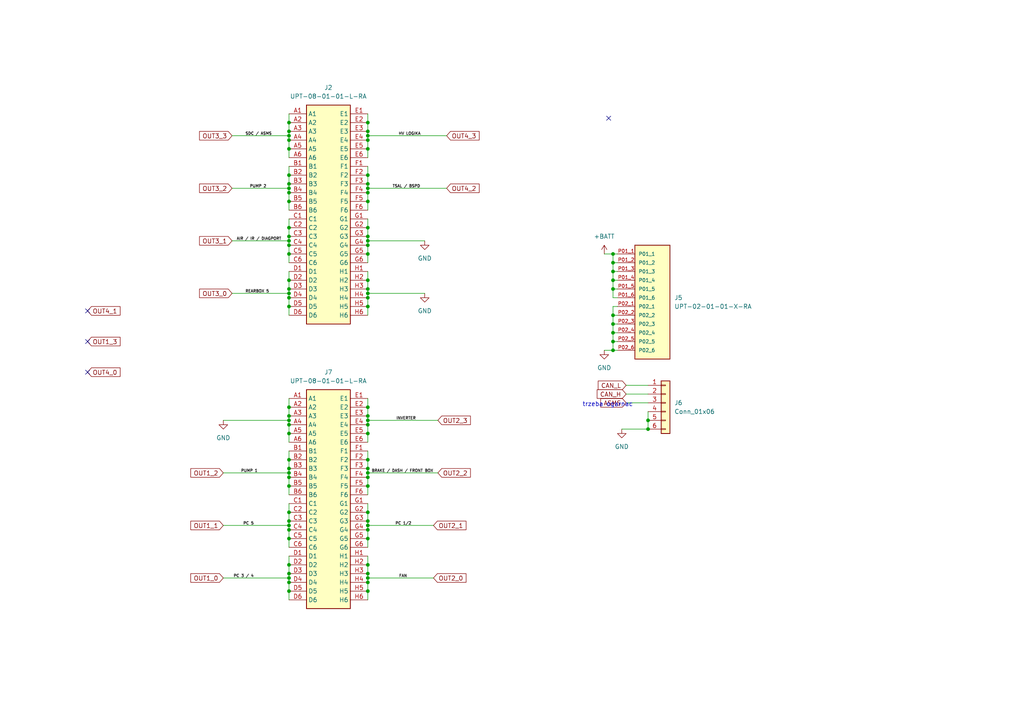
<source format=kicad_sch>
(kicad_sch (version 20230121) (generator eeschema)

  (uuid ca282e72-fe83-4483-8abe-8d6bd1f21cd1)

  (paper "A4")

  (lib_symbols
    (symbol "2pin:UPT-02-01-01-X-RA" (pin_names (offset 1.016)) (in_bom yes) (on_board yes)
      (property "Reference" "J" (at -5.08 3.302 0)
        (effects (font (size 1.27 1.27)) (justify left bottom))
      )
      (property "Value" "UPT-02-01-01-X-RA" (at 7.62 -15.24 0)
        (effects (font (size 1.27 1.27)) (justify left bottom))
      )
      (property "Footprint" "UPT-02-01-01-X-RA:SAMTEC_UPT-02-01-01-X-RA" (at 0 7.62 0)
        (effects (font (size 1.27 1.27)) (justify bottom) hide)
      )
      (property "Datasheet" "" (at 0 0 0)
        (effects (font (size 1.27 1.27)) hide)
      )
      (property "PARTREV" "C" (at 0 0 0)
        (effects (font (size 1.27 1.27)) (justify bottom) hide)
      )
      (property "MANUFACTURER" "Samtec" (at 10.16 2.54 0)
        (effects (font (size 1.27 1.27)) (justify bottom) hide)
      )
      (property "MAXIMUM_PACKAGE_HEIGHT" "9.0mm" (at 1.27 3.81 0)
        (effects (font (size 1.27 1.27)) (justify bottom) hide)
      )
      (property "STANDARD" "Manufacturer recommendations" (at 0 5.08 0)
        (effects (font (size 1.27 1.27)) (justify bottom) hide)
      )
      (symbol "UPT-02-01-01-X-RA_0_0"
        (rectangle (start -5.08 2.54) (end 5.08 -30.48)
          (stroke (width 0.254) (type default))
          (fill (type background))
        )
      )
      (symbol "UPT-02-01-01-X-RA_1_1"
        (pin passive line (at -10.16 0 0) (length 5.08)
          (name "P01_1" (effects (font (size 1.016 1.016))))
          (number "P01_1" (effects (font (size 1.016 1.016))))
        )
        (pin passive line (at -10.16 -2.54 0) (length 5.08)
          (name "P01_2" (effects (font (size 1.016 1.016))))
          (number "P01_2" (effects (font (size 1.016 1.016))))
        )
        (pin passive line (at -10.16 -5.08 0) (length 5.08)
          (name "P01_3" (effects (font (size 1.016 1.016))))
          (number "P01_3" (effects (font (size 1.016 1.016))))
        )
        (pin passive line (at -10.16 -7.62 0) (length 5.08)
          (name "P01_4" (effects (font (size 1.016 1.016))))
          (number "P01_4" (effects (font (size 1.016 1.016))))
        )
        (pin passive line (at -10.16 -10.16 0) (length 5.08)
          (name "P01_5" (effects (font (size 1.016 1.016))))
          (number "P01_5" (effects (font (size 1.016 1.016))))
        )
        (pin passive line (at -10.16 -12.7 0) (length 5.08)
          (name "P01_6" (effects (font (size 1.016 1.016))))
          (number "P01_6" (effects (font (size 1.016 1.016))))
        )
        (pin passive line (at -10.16 -15.24 0) (length 5.08)
          (name "P02_1" (effects (font (size 1.016 1.016))))
          (number "P02_1" (effects (font (size 1.016 1.016))))
        )
        (pin passive line (at -10.16 -17.78 0) (length 5.08)
          (name "P02_2" (effects (font (size 1.016 1.016))))
          (number "P02_2" (effects (font (size 1.016 1.016))))
        )
        (pin passive line (at -10.16 -20.32 0) (length 5.08)
          (name "P02_3" (effects (font (size 1.016 1.016))))
          (number "P02_3" (effects (font (size 1.016 1.016))))
        )
        (pin passive line (at -10.16 -22.86 0) (length 5.08)
          (name "P02_4" (effects (font (size 1.016 1.016))))
          (number "P02_4" (effects (font (size 1.016 1.016))))
        )
        (pin passive line (at -10.16 -25.4 0) (length 5.08)
          (name "P02_5" (effects (font (size 1.016 1.016))))
          (number "P02_5" (effects (font (size 1.016 1.016))))
        )
        (pin passive line (at -10.16 -27.94 0) (length 5.08)
          (name "P02_6" (effects (font (size 1.016 1.016))))
          (number "P02_6" (effects (font (size 1.016 1.016))))
        )
      )
    )
    (symbol "8pin_good:UPT-08-01-01-L-RA" (in_bom yes) (on_board yes)
      (property "Reference" "J" (at 19.05 7.62 0)
        (effects (font (size 1.27 1.27)) (justify left top))
      )
      (property "Value" "UPT-08-01-01-L-RA" (at 19.05 5.08 0)
        (effects (font (size 1.27 1.27)) (justify left top))
      )
      (property "Footprint" "UPT080101LRA" (at 19.05 -94.92 0)
        (effects (font (size 1.27 1.27)) (justify left top) hide)
      )
      (property "Datasheet" "https://componentsearchengine.com/Datasheets/1/UPT-08-01-01-L-RA.pdf" (at 19.05 -194.92 0)
        (effects (font (size 1.27 1.27)) (justify left top) hide)
      )
      (property "Height" "" (at 19.05 -394.92 0)
        (effects (font (size 1.27 1.27)) (justify left top) hide)
      )
      (property "Mouser Part Number" "200-UPT080101LRA" (at 19.05 -494.92 0)
        (effects (font (size 1.27 1.27)) (justify left top) hide)
      )
      (property "Mouser Price/Stock" "https://www.mouser.com/Search/Refine.aspx?Keyword=200-UPT080101LRA" (at 19.05 -594.92 0)
        (effects (font (size 1.27 1.27)) (justify left top) hide)
      )
      (property "Manufacturer_Name" "SAMTEC" (at 19.05 -694.92 0)
        (effects (font (size 1.27 1.27)) (justify left top) hide)
      )
      (property "Manufacturer_Part_Number" "UPT-08-01-01-L-RA" (at 19.05 -794.92 0)
        (effects (font (size 1.27 1.27)) (justify left top) hide)
      )
      (property "ki_description" "SAMTEC - UPT-08-01-01-L-RA - Pin Header, Power Terminal, Board-to-Board, 3.81 mm, 1 Rows, 8 Contacts, Through Hole, UPT Series" (at 0 0 0)
        (effects (font (size 1.27 1.27)) hide)
      )
      (symbol "UPT-08-01-01-L-RA_1_1"
        (rectangle (start 5.08 2.54) (end 17.78 -60.96)
          (stroke (width 0.254) (type default))
          (fill (type background))
        )
        (pin passive line (at 0 0 0) (length 5.08)
          (name "A1" (effects (font (size 1.27 1.27))))
          (number "A1" (effects (font (size 1.27 1.27))))
        )
        (pin passive line (at 0 -2.54 0) (length 5.08)
          (name "A2" (effects (font (size 1.27 1.27))))
          (number "A2" (effects (font (size 1.27 1.27))))
        )
        (pin passive line (at 0 -5.08 0) (length 5.08)
          (name "A3" (effects (font (size 1.27 1.27))))
          (number "A3" (effects (font (size 1.27 1.27))))
        )
        (pin passive line (at 0 -7.62 0) (length 5.08)
          (name "A4" (effects (font (size 1.27 1.27))))
          (number "A4" (effects (font (size 1.27 1.27))))
        )
        (pin passive line (at 0 -10.16 0) (length 5.08)
          (name "A5" (effects (font (size 1.27 1.27))))
          (number "A5" (effects (font (size 1.27 1.27))))
        )
        (pin passive line (at 0 -12.7 0) (length 5.08)
          (name "A6" (effects (font (size 1.27 1.27))))
          (number "A6" (effects (font (size 1.27 1.27))))
        )
        (pin passive line (at 0 -15.24 0) (length 5.08)
          (name "B1" (effects (font (size 1.27 1.27))))
          (number "B1" (effects (font (size 1.27 1.27))))
        )
        (pin passive line (at 0 -17.78 0) (length 5.08)
          (name "B2" (effects (font (size 1.27 1.27))))
          (number "B2" (effects (font (size 1.27 1.27))))
        )
        (pin passive line (at 0 -20.32 0) (length 5.08)
          (name "B3" (effects (font (size 1.27 1.27))))
          (number "B3" (effects (font (size 1.27 1.27))))
        )
        (pin passive line (at 0 -22.86 0) (length 5.08)
          (name "B4" (effects (font (size 1.27 1.27))))
          (number "B4" (effects (font (size 1.27 1.27))))
        )
        (pin passive line (at 0 -25.4 0) (length 5.08)
          (name "B5" (effects (font (size 1.27 1.27))))
          (number "B5" (effects (font (size 1.27 1.27))))
        )
        (pin passive line (at 0 -27.94 0) (length 5.08)
          (name "B6" (effects (font (size 1.27 1.27))))
          (number "B6" (effects (font (size 1.27 1.27))))
        )
        (pin passive line (at 0 -30.48 0) (length 5.08)
          (name "C1" (effects (font (size 1.27 1.27))))
          (number "C1" (effects (font (size 1.27 1.27))))
        )
        (pin passive line (at 0 -33.02 0) (length 5.08)
          (name "C2" (effects (font (size 1.27 1.27))))
          (number "C2" (effects (font (size 1.27 1.27))))
        )
        (pin passive line (at 0 -35.56 0) (length 5.08)
          (name "C3" (effects (font (size 1.27 1.27))))
          (number "C3" (effects (font (size 1.27 1.27))))
        )
        (pin passive line (at 0 -38.1 0) (length 5.08)
          (name "C4" (effects (font (size 1.27 1.27))))
          (number "C4" (effects (font (size 1.27 1.27))))
        )
        (pin passive line (at 0 -40.64 0) (length 5.08)
          (name "C5" (effects (font (size 1.27 1.27))))
          (number "C5" (effects (font (size 1.27 1.27))))
        )
        (pin passive line (at 0 -43.18 0) (length 5.08)
          (name "C6" (effects (font (size 1.27 1.27))))
          (number "C6" (effects (font (size 1.27 1.27))))
        )
        (pin passive line (at 0 -45.72 0) (length 5.08)
          (name "D1" (effects (font (size 1.27 1.27))))
          (number "D1" (effects (font (size 1.27 1.27))))
        )
        (pin passive line (at 0 -48.26 0) (length 5.08)
          (name "D2" (effects (font (size 1.27 1.27))))
          (number "D2" (effects (font (size 1.27 1.27))))
        )
        (pin passive line (at 0 -50.8 0) (length 5.08)
          (name "D3" (effects (font (size 1.27 1.27))))
          (number "D3" (effects (font (size 1.27 1.27))))
        )
        (pin passive line (at 0 -53.34 0) (length 5.08)
          (name "D4" (effects (font (size 1.27 1.27))))
          (number "D4" (effects (font (size 1.27 1.27))))
        )
        (pin passive line (at 0 -55.88 0) (length 5.08)
          (name "D5" (effects (font (size 1.27 1.27))))
          (number "D5" (effects (font (size 1.27 1.27))))
        )
        (pin passive line (at 0 -58.42 0) (length 5.08)
          (name "D6" (effects (font (size 1.27 1.27))))
          (number "D6" (effects (font (size 1.27 1.27))))
        )
        (pin passive line (at 22.86 0 180) (length 5.08)
          (name "E1" (effects (font (size 1.27 1.27))))
          (number "E1" (effects (font (size 1.27 1.27))))
        )
        (pin passive line (at 22.86 -2.54 180) (length 5.08)
          (name "E2" (effects (font (size 1.27 1.27))))
          (number "E2" (effects (font (size 1.27 1.27))))
        )
        (pin passive line (at 22.86 -5.08 180) (length 5.08)
          (name "E3" (effects (font (size 1.27 1.27))))
          (number "E3" (effects (font (size 1.27 1.27))))
        )
        (pin passive line (at 22.86 -7.62 180) (length 5.08)
          (name "E4" (effects (font (size 1.27 1.27))))
          (number "E4" (effects (font (size 1.27 1.27))))
        )
        (pin passive line (at 22.86 -10.16 180) (length 5.08)
          (name "E5" (effects (font (size 1.27 1.27))))
          (number "E5" (effects (font (size 1.27 1.27))))
        )
        (pin passive line (at 22.86 -12.7 180) (length 5.08)
          (name "E6" (effects (font (size 1.27 1.27))))
          (number "E6" (effects (font (size 1.27 1.27))))
        )
        (pin passive line (at 22.86 -15.24 180) (length 5.08)
          (name "F1" (effects (font (size 1.27 1.27))))
          (number "F1" (effects (font (size 1.27 1.27))))
        )
        (pin passive line (at 22.86 -17.78 180) (length 5.08)
          (name "F2" (effects (font (size 1.27 1.27))))
          (number "F2" (effects (font (size 1.27 1.27))))
        )
        (pin passive line (at 22.86 -20.32 180) (length 5.08)
          (name "F3" (effects (font (size 1.27 1.27))))
          (number "F3" (effects (font (size 1.27 1.27))))
        )
        (pin passive line (at 22.86 -22.86 180) (length 5.08)
          (name "F4" (effects (font (size 1.27 1.27))))
          (number "F4" (effects (font (size 1.27 1.27))))
        )
        (pin passive line (at 22.86 -25.4 180) (length 5.08)
          (name "F5" (effects (font (size 1.27 1.27))))
          (number "F5" (effects (font (size 1.27 1.27))))
        )
        (pin passive line (at 22.86 -27.94 180) (length 5.08)
          (name "F6" (effects (font (size 1.27 1.27))))
          (number "F6" (effects (font (size 1.27 1.27))))
        )
        (pin passive line (at 22.86 -30.48 180) (length 5.08)
          (name "G1" (effects (font (size 1.27 1.27))))
          (number "G1" (effects (font (size 1.27 1.27))))
        )
        (pin passive line (at 22.86 -33.02 180) (length 5.08)
          (name "G2" (effects (font (size 1.27 1.27))))
          (number "G2" (effects (font (size 1.27 1.27))))
        )
        (pin passive line (at 22.86 -35.56 180) (length 5.08)
          (name "G3" (effects (font (size 1.27 1.27))))
          (number "G3" (effects (font (size 1.27 1.27))))
        )
        (pin passive line (at 22.86 -38.1 180) (length 5.08)
          (name "G4" (effects (font (size 1.27 1.27))))
          (number "G4" (effects (font (size 1.27 1.27))))
        )
        (pin passive line (at 22.86 -40.64 180) (length 5.08)
          (name "G5" (effects (font (size 1.27 1.27))))
          (number "G5" (effects (font (size 1.27 1.27))))
        )
        (pin passive line (at 22.86 -43.18 180) (length 5.08)
          (name "G6" (effects (font (size 1.27 1.27))))
          (number "G6" (effects (font (size 1.27 1.27))))
        )
        (pin passive line (at 22.86 -45.72 180) (length 5.08)
          (name "H1" (effects (font (size 1.27 1.27))))
          (number "H1" (effects (font (size 1.27 1.27))))
        )
        (pin passive line (at 22.86 -48.26 180) (length 5.08)
          (name "H2" (effects (font (size 1.27 1.27))))
          (number "H2" (effects (font (size 1.27 1.27))))
        )
        (pin passive line (at 22.86 -50.8 180) (length 5.08)
          (name "H3" (effects (font (size 1.27 1.27))))
          (number "H3" (effects (font (size 1.27 1.27))))
        )
        (pin passive line (at 22.86 -53.34 180) (length 5.08)
          (name "H4" (effects (font (size 1.27 1.27))))
          (number "H4" (effects (font (size 1.27 1.27))))
        )
        (pin passive line (at 22.86 -55.88 180) (length 5.08)
          (name "H5" (effects (font (size 1.27 1.27))))
          (number "H5" (effects (font (size 1.27 1.27))))
        )
        (pin passive line (at 22.86 -58.42 180) (length 5.08)
          (name "H6" (effects (font (size 1.27 1.27))))
          (number "H6" (effects (font (size 1.27 1.27))))
        )
      )
    )
    (symbol "Connector_Generic:Conn_01x06" (pin_names (offset 1.016) hide) (in_bom yes) (on_board yes)
      (property "Reference" "J" (at 0 7.62 0)
        (effects (font (size 1.27 1.27)))
      )
      (property "Value" "Conn_01x06" (at 0 -10.16 0)
        (effects (font (size 1.27 1.27)))
      )
      (property "Footprint" "" (at 0 0 0)
        (effects (font (size 1.27 1.27)) hide)
      )
      (property "Datasheet" "~" (at 0 0 0)
        (effects (font (size 1.27 1.27)) hide)
      )
      (property "ki_keywords" "connector" (at 0 0 0)
        (effects (font (size 1.27 1.27)) hide)
      )
      (property "ki_description" "Generic connector, single row, 01x06, script generated (kicad-library-utils/schlib/autogen/connector/)" (at 0 0 0)
        (effects (font (size 1.27 1.27)) hide)
      )
      (property "ki_fp_filters" "Connector*:*_1x??_*" (at 0 0 0)
        (effects (font (size 1.27 1.27)) hide)
      )
      (symbol "Conn_01x06_1_1"
        (rectangle (start -1.27 -7.493) (end 0 -7.747)
          (stroke (width 0.1524) (type default))
          (fill (type none))
        )
        (rectangle (start -1.27 -4.953) (end 0 -5.207)
          (stroke (width 0.1524) (type default))
          (fill (type none))
        )
        (rectangle (start -1.27 -2.413) (end 0 -2.667)
          (stroke (width 0.1524) (type default))
          (fill (type none))
        )
        (rectangle (start -1.27 0.127) (end 0 -0.127)
          (stroke (width 0.1524) (type default))
          (fill (type none))
        )
        (rectangle (start -1.27 2.667) (end 0 2.413)
          (stroke (width 0.1524) (type default))
          (fill (type none))
        )
        (rectangle (start -1.27 5.207) (end 0 4.953)
          (stroke (width 0.1524) (type default))
          (fill (type none))
        )
        (rectangle (start -1.27 6.35) (end 1.27 -8.89)
          (stroke (width 0.254) (type default))
          (fill (type background))
        )
        (pin passive line (at -5.08 5.08 0) (length 3.81)
          (name "Pin_1" (effects (font (size 1.27 1.27))))
          (number "1" (effects (font (size 1.27 1.27))))
        )
        (pin passive line (at -5.08 2.54 0) (length 3.81)
          (name "Pin_2" (effects (font (size 1.27 1.27))))
          (number "2" (effects (font (size 1.27 1.27))))
        )
        (pin passive line (at -5.08 0 0) (length 3.81)
          (name "Pin_3" (effects (font (size 1.27 1.27))))
          (number "3" (effects (font (size 1.27 1.27))))
        )
        (pin passive line (at -5.08 -2.54 0) (length 3.81)
          (name "Pin_4" (effects (font (size 1.27 1.27))))
          (number "4" (effects (font (size 1.27 1.27))))
        )
        (pin passive line (at -5.08 -5.08 0) (length 3.81)
          (name "Pin_5" (effects (font (size 1.27 1.27))))
          (number "5" (effects (font (size 1.27 1.27))))
        )
        (pin passive line (at -5.08 -7.62 0) (length 3.81)
          (name "Pin_6" (effects (font (size 1.27 1.27))))
          (number "6" (effects (font (size 1.27 1.27))))
        )
      )
    )
    (symbol "power:+BATT" (power) (pin_names (offset 0)) (in_bom yes) (on_board yes)
      (property "Reference" "#PWR" (at 0 -3.81 0)
        (effects (font (size 1.27 1.27)) hide)
      )
      (property "Value" "+BATT" (at 0 3.556 0)
        (effects (font (size 1.27 1.27)))
      )
      (property "Footprint" "" (at 0 0 0)
        (effects (font (size 1.27 1.27)) hide)
      )
      (property "Datasheet" "" (at 0 0 0)
        (effects (font (size 1.27 1.27)) hide)
      )
      (property "ki_keywords" "global power battery" (at 0 0 0)
        (effects (font (size 1.27 1.27)) hide)
      )
      (property "ki_description" "Power symbol creates a global label with name \"+BATT\"" (at 0 0 0)
        (effects (font (size 1.27 1.27)) hide)
      )
      (symbol "+BATT_0_1"
        (polyline
          (pts
            (xy -0.762 1.27)
            (xy 0 2.54)
          )
          (stroke (width 0) (type default))
          (fill (type none))
        )
        (polyline
          (pts
            (xy 0 0)
            (xy 0 2.54)
          )
          (stroke (width 0) (type default))
          (fill (type none))
        )
        (polyline
          (pts
            (xy 0 2.54)
            (xy 0.762 1.27)
          )
          (stroke (width 0) (type default))
          (fill (type none))
        )
      )
      (symbol "+BATT_1_1"
        (pin power_in line (at 0 0 90) (length 0) hide
          (name "+BATT" (effects (font (size 1.27 1.27))))
          (number "1" (effects (font (size 1.27 1.27))))
        )
      )
    )
    (symbol "power:GND" (power) (pin_names (offset 0)) (in_bom yes) (on_board yes)
      (property "Reference" "#PWR" (at 0 -6.35 0)
        (effects (font (size 1.27 1.27)) hide)
      )
      (property "Value" "GND" (at 0 -3.81 0)
        (effects (font (size 1.27 1.27)))
      )
      (property "Footprint" "" (at 0 0 0)
        (effects (font (size 1.27 1.27)) hide)
      )
      (property "Datasheet" "" (at 0 0 0)
        (effects (font (size 1.27 1.27)) hide)
      )
      (property "ki_keywords" "global power" (at 0 0 0)
        (effects (font (size 1.27 1.27)) hide)
      )
      (property "ki_description" "Power symbol creates a global label with name \"GND\" , ground" (at 0 0 0)
        (effects (font (size 1.27 1.27)) hide)
      )
      (symbol "GND_0_1"
        (polyline
          (pts
            (xy 0 0)
            (xy 0 -1.27)
            (xy 1.27 -1.27)
            (xy 0 -2.54)
            (xy -1.27 -1.27)
            (xy 0 -1.27)
          )
          (stroke (width 0) (type default))
          (fill (type none))
        )
      )
      (symbol "GND_1_1"
        (pin power_in line (at 0 0 270) (length 0) hide
          (name "GND" (effects (font (size 1.27 1.27))))
          (number "1" (effects (font (size 1.27 1.27))))
        )
      )
    )
  )

  (junction (at 83.82 73.66) (diameter 0) (color 0 0 0 0)
    (uuid 03847cbd-07ff-4b62-b9cb-e3e8345ddeb4)
  )
  (junction (at 106.68 140.97) (diameter 0) (color 0 0 0 0)
    (uuid 03cb1415-899e-4d3e-9f85-6096ed1328e4)
  )
  (junction (at 106.68 153.67) (diameter 0) (color 0 0 0 0)
    (uuid 06d94c08-6378-4878-977b-2e833ff31b6f)
  )
  (junction (at 83.82 166.37) (diameter 0) (color 0 0 0 0)
    (uuid 0c72b81d-0fcd-4ca5-9faf-f48c79360bd1)
  )
  (junction (at 106.68 66.04) (diameter 0) (color 0 0 0 0)
    (uuid 0d7b75cb-b263-4bc9-b3a8-e5f28da87cc2)
  )
  (junction (at 177.8 101.6) (diameter 0) (color 0 0 0 0)
    (uuid 0fe18243-5179-4067-82d9-07ad6e122c0a)
  )
  (junction (at 177.8 78.74) (diameter 0) (color 0 0 0 0)
    (uuid 103fddf8-d15b-4061-b45a-e55b8d44e8a1)
  )
  (junction (at 106.68 137.16) (diameter 0) (color 0 0 0 0)
    (uuid 11bdb15d-e538-4ec2-86e1-ddb8fa27f364)
  )
  (junction (at 83.82 35.56) (diameter 0) (color 0 0 0 0)
    (uuid 14cc0fe3-5775-4d0f-ab9f-823d286cf85d)
  )
  (junction (at 83.82 133.35) (diameter 0) (color 0 0 0 0)
    (uuid 1a304a12-741e-4fc8-b59d-aeaac4cac7ee)
  )
  (junction (at 106.68 39.37) (diameter 0) (color 0 0 0 0)
    (uuid 1b2d7389-e5d6-4282-9099-2be8aa010aaf)
  )
  (junction (at 83.82 168.91) (diameter 0) (color 0 0 0 0)
    (uuid 1c0566a6-febc-4ce5-a36b-f9e1282c62c9)
  )
  (junction (at 83.82 86.36) (diameter 0) (color 0 0 0 0)
    (uuid 1c48f0e4-73c0-47f8-a60f-0098066c3a8c)
  )
  (junction (at 106.68 151.13) (diameter 0) (color 0 0 0 0)
    (uuid 1cfad116-dfd9-47db-8f3a-2b70d335cd5e)
  )
  (junction (at 106.68 68.58) (diameter 0) (color 0 0 0 0)
    (uuid 1ddc7e95-6871-4060-91ec-35c5cbd19ef5)
  )
  (junction (at 106.68 86.36) (diameter 0) (color 0 0 0 0)
    (uuid 1f9880b3-bc45-44ec-a0f4-85e2fdf7da13)
  )
  (junction (at 106.68 54.61) (diameter 0) (color 0 0 0 0)
    (uuid 21b764c3-9d24-4518-8748-7fedb2126415)
  )
  (junction (at 106.68 123.19) (diameter 0) (color 0 0 0 0)
    (uuid 25045956-1136-483f-8ea8-d037b5578405)
  )
  (junction (at 106.68 50.8) (diameter 0) (color 0 0 0 0)
    (uuid 2587d392-353c-473e-864a-81582d7e06bf)
  )
  (junction (at 83.82 69.85) (diameter 0) (color 0 0 0 0)
    (uuid 2eaf0ecb-17a8-44b1-b824-cb3277e11a0e)
  )
  (junction (at 83.82 58.42) (diameter 0) (color 0 0 0 0)
    (uuid 2ed1c0ab-85a8-42a5-9931-3f7f39ec57ce)
  )
  (junction (at 106.68 53.34) (diameter 0) (color 0 0 0 0)
    (uuid 353245c2-4832-4a35-a16a-4606da671fdd)
  )
  (junction (at 83.82 163.83) (diameter 0) (color 0 0 0 0)
    (uuid 3ae682a3-263a-4a5e-ac30-4a138ad9735f)
  )
  (junction (at 83.82 151.13) (diameter 0) (color 0 0 0 0)
    (uuid 3d1172d1-0636-4325-b25f-47a6833a868f)
  )
  (junction (at 106.68 118.11) (diameter 0) (color 0 0 0 0)
    (uuid 3d592392-0501-4d2f-93f7-5be04e59694e)
  )
  (junction (at 83.82 66.04) (diameter 0) (color 0 0 0 0)
    (uuid 3f276247-f973-4523-92d2-aa80e6b2d8ef)
  )
  (junction (at 83.82 153.67) (diameter 0) (color 0 0 0 0)
    (uuid 437fde88-037d-4e9e-9a7c-38eb993bb17b)
  )
  (junction (at 106.68 135.89) (diameter 0) (color 0 0 0 0)
    (uuid 44a65669-3d4f-4f3b-91b2-89905839e66f)
  )
  (junction (at 83.82 81.28) (diameter 0) (color 0 0 0 0)
    (uuid 493e9bd7-fb5b-4d4e-8772-1a92f5f49d98)
  )
  (junction (at 177.8 73.66) (diameter 0) (color 0 0 0 0)
    (uuid 4bf97396-e2f7-499a-a539-4367c656bbe0)
  )
  (junction (at 83.82 140.97) (diameter 0) (color 0 0 0 0)
    (uuid 4ef75385-6f4f-4cee-a6ae-2a447d32b485)
  )
  (junction (at 106.68 133.35) (diameter 0) (color 0 0 0 0)
    (uuid 50f50e31-a538-4b1d-930c-f06b38ca25a0)
  )
  (junction (at 106.68 168.91) (diameter 0) (color 0 0 0 0)
    (uuid 517798a9-56d4-4ddf-b79f-b9e424f58c19)
  )
  (junction (at 187.96 121.92) (diameter 0) (color 0 0 0 0)
    (uuid 525e9ab3-abe4-4f8b-8d1c-6380c7bbff45)
  )
  (junction (at 83.82 83.82) (diameter 0) (color 0 0 0 0)
    (uuid 5394a35a-733e-461b-8459-606e9f9f0b6b)
  )
  (junction (at 106.68 125.73) (diameter 0) (color 0 0 0 0)
    (uuid 53b8d57e-91e2-4e26-ae5d-44387e1ee998)
  )
  (junction (at 106.68 38.1) (diameter 0) (color 0 0 0 0)
    (uuid 583e2740-9930-4f77-8af7-5e8a01c7091f)
  )
  (junction (at 177.8 91.44) (diameter 0) (color 0 0 0 0)
    (uuid 5ac327dc-1686-4afb-97dd-306d8b5a6239)
  )
  (junction (at 106.68 121.92) (diameter 0) (color 0 0 0 0)
    (uuid 5aef32f2-4ee9-435e-8913-23bc1e6521b0)
  )
  (junction (at 106.68 81.28) (diameter 0) (color 0 0 0 0)
    (uuid 65e9c6b1-0afc-4293-9aea-38856c68fd9c)
  )
  (junction (at 83.82 123.19) (diameter 0) (color 0 0 0 0)
    (uuid 66d66251-9406-46fe-9c51-682c2a389ee0)
  )
  (junction (at 83.82 71.12) (diameter 0) (color 0 0 0 0)
    (uuid 6849c7bc-5d47-4322-8e72-f9e7876da847)
  )
  (junction (at 177.8 96.52) (diameter 0) (color 0 0 0 0)
    (uuid 69f742d9-8bbb-4f0e-b39f-851450e63486)
  )
  (junction (at 83.82 167.64) (diameter 0) (color 0 0 0 0)
    (uuid 6ca45c14-213e-4f58-b760-efef44ace3b7)
  )
  (junction (at 83.82 55.88) (diameter 0) (color 0 0 0 0)
    (uuid 71f19d96-3106-4650-a62f-4cab64d9b4c6)
  )
  (junction (at 83.82 85.09) (diameter 0) (color 0 0 0 0)
    (uuid 733f9cb5-d67e-4ab4-b5b0-1d004b70cc97)
  )
  (junction (at 83.82 38.1) (diameter 0) (color 0 0 0 0)
    (uuid 78e9afea-26f2-4537-a57b-cf29338d8f7b)
  )
  (junction (at 106.68 138.43) (diameter 0) (color 0 0 0 0)
    (uuid 7a7ba65f-b742-4d10-a711-bf1cb2467b66)
  )
  (junction (at 83.82 40.64) (diameter 0) (color 0 0 0 0)
    (uuid 7f582cb6-3b85-436e-92bc-3c025546cfb9)
  )
  (junction (at 106.68 152.4) (diameter 0) (color 0 0 0 0)
    (uuid 867cc549-6165-4a15-81c2-6dbceb744741)
  )
  (junction (at 177.8 99.06) (diameter 0) (color 0 0 0 0)
    (uuid 89db7ff3-78de-4fce-95ff-f4191232816d)
  )
  (junction (at 177.8 81.28) (diameter 0) (color 0 0 0 0)
    (uuid 8c108c2a-48fb-437d-b9a4-633a28369a2c)
  )
  (junction (at 106.68 148.59) (diameter 0) (color 0 0 0 0)
    (uuid 8edb3711-e7dd-48b2-bf16-333e2b3dfcfd)
  )
  (junction (at 83.82 118.11) (diameter 0) (color 0 0 0 0)
    (uuid 901c4fff-1733-4937-ab64-5127c3350c69)
  )
  (junction (at 106.68 163.83) (diameter 0) (color 0 0 0 0)
    (uuid 902f6204-217a-4d05-af38-65b4e270c7f2)
  )
  (junction (at 106.68 156.21) (diameter 0) (color 0 0 0 0)
    (uuid 90eb198e-bd14-4ae2-9203-859d1a520f7b)
  )
  (junction (at 83.82 125.73) (diameter 0) (color 0 0 0 0)
    (uuid 9894df33-b5e3-4d0f-b141-7ca96e68096a)
  )
  (junction (at 83.82 50.8) (diameter 0) (color 0 0 0 0)
    (uuid 99cd9ee1-9f6d-41bf-b110-6ea26a5ce8b9)
  )
  (junction (at 83.82 53.34) (diameter 0) (color 0 0 0 0)
    (uuid 9a2d202a-9949-4585-9411-8453e1471c88)
  )
  (junction (at 177.8 83.82) (diameter 0) (color 0 0 0 0)
    (uuid 9fc56eb9-92ff-420f-85b4-d50cedf41136)
  )
  (junction (at 106.68 85.09) (diameter 0) (color 0 0 0 0)
    (uuid a005b8d4-d93a-48e9-ac69-d41e455b5f61)
  )
  (junction (at 83.82 138.43) (diameter 0) (color 0 0 0 0)
    (uuid a356d2cf-c70d-4a3e-95b2-f2122045d498)
  )
  (junction (at 106.68 71.12) (diameter 0) (color 0 0 0 0)
    (uuid a4da03cf-0369-4195-9581-8d4b86b4129e)
  )
  (junction (at 83.82 171.45) (diameter 0) (color 0 0 0 0)
    (uuid a5e2db7d-11df-4430-b83b-2a1e3eaf1e86)
  )
  (junction (at 106.68 69.85) (diameter 0) (color 0 0 0 0)
    (uuid ac010ad7-5ee1-4705-9190-9799202d5946)
  )
  (junction (at 106.68 167.64) (diameter 0) (color 0 0 0 0)
    (uuid ad016434-7aa5-4372-be70-177312cd541c)
  )
  (junction (at 106.68 166.37) (diameter 0) (color 0 0 0 0)
    (uuid afb26ccc-854a-4c1d-bca4-17333da11943)
  )
  (junction (at 177.8 93.98) (diameter 0) (color 0 0 0 0)
    (uuid b1b65ee3-d566-445c-8fb6-d87eb85b3acd)
  )
  (junction (at 83.82 148.59) (diameter 0) (color 0 0 0 0)
    (uuid b574fc41-8fe5-4054-bc48-39492378cdaa)
  )
  (junction (at 106.68 88.9) (diameter 0) (color 0 0 0 0)
    (uuid b7ccb5a6-d0b3-4681-9560-16e91e3e2486)
  )
  (junction (at 106.68 83.82) (diameter 0) (color 0 0 0 0)
    (uuid b85197c4-1fbc-48e5-97a5-d8169d0d79ca)
  )
  (junction (at 83.82 156.21) (diameter 0) (color 0 0 0 0)
    (uuid b9013366-9639-4c63-99f4-86d8b28b6ae2)
  )
  (junction (at 106.68 73.66) (diameter 0) (color 0 0 0 0)
    (uuid b9ef3c77-7f08-4be6-916a-039669727880)
  )
  (junction (at 83.82 68.58) (diameter 0) (color 0 0 0 0)
    (uuid bf277d46-d175-473c-88cc-917bb0bcb8b5)
  )
  (junction (at 83.82 43.18) (diameter 0) (color 0 0 0 0)
    (uuid c3440584-7ba8-4c91-868d-dbfc489ea3c3)
  )
  (junction (at 83.82 137.16) (diameter 0) (color 0 0 0 0)
    (uuid c4ec6b5a-62cb-4eae-9364-d3f981a30df0)
  )
  (junction (at 106.68 171.45) (diameter 0) (color 0 0 0 0)
    (uuid c5007276-d4f7-4eb2-9761-723e2d04d8e0)
  )
  (junction (at 177.8 76.2) (diameter 0) (color 0 0 0 0)
    (uuid c6748d4d-b7db-4bad-93bf-f714fd764389)
  )
  (junction (at 187.96 124.46) (diameter 0) (color 0 0 0 0)
    (uuid c6d83591-9baa-42cc-9319-bf855615d647)
  )
  (junction (at 83.82 135.89) (diameter 0) (color 0 0 0 0)
    (uuid cf8fc05f-32c9-4c66-a261-2b9b2fbf76e6)
  )
  (junction (at 106.68 120.65) (diameter 0) (color 0 0 0 0)
    (uuid df42a8c0-1e83-46c8-b827-41b2aef5a036)
  )
  (junction (at 106.68 35.56) (diameter 0) (color 0 0 0 0)
    (uuid e0f2862c-010b-4762-9aa7-8044e2cb6bd3)
  )
  (junction (at 83.82 39.37) (diameter 0) (color 0 0 0 0)
    (uuid e4c273c0-2869-4d74-876a-74bf18c86b23)
  )
  (junction (at 83.82 88.9) (diameter 0) (color 0 0 0 0)
    (uuid e639d376-f613-4c7c-b402-864b261317da)
  )
  (junction (at 106.68 43.18) (diameter 0) (color 0 0 0 0)
    (uuid ea105749-7cdb-46f8-b5ce-f196dc9285ac)
  )
  (junction (at 106.68 40.64) (diameter 0) (color 0 0 0 0)
    (uuid eefb34c1-846a-497d-a01a-58cdbaea4af1)
  )
  (junction (at 106.68 58.42) (diameter 0) (color 0 0 0 0)
    (uuid f04bf267-e1b8-4c5f-b2c6-d4874b7a6c6e)
  )
  (junction (at 83.82 121.92) (diameter 0) (color 0 0 0 0)
    (uuid f27d9ff8-341e-4159-9982-ee2435c84874)
  )
  (junction (at 106.68 55.88) (diameter 0) (color 0 0 0 0)
    (uuid f3953e25-0941-4ec0-b3a0-1e5f99f41d40)
  )
  (junction (at 83.82 152.4) (diameter 0) (color 0 0 0 0)
    (uuid f3f8c9c9-f7a2-450d-8056-dbd963c16aad)
  )
  (junction (at 83.82 54.61) (diameter 0) (color 0 0 0 0)
    (uuid f7cf7518-9100-4bae-9e90-0b14d317b1f9)
  )
  (junction (at 83.82 120.65) (diameter 0) (color 0 0 0 0)
    (uuid f9d77331-da55-4dd2-bab2-59fec4263a87)
  )

  (no_connect (at 25.4 90.17) (uuid 5270c615-b625-4f4d-848b-24949238fe6d))
  (no_connect (at 25.4 99.06) (uuid 657187f4-a9c6-46d2-b3da-f5241f3e3ae5))
  (no_connect (at 176.53 34.29) (uuid 6d4c8471-30bd-4b00-bcfe-0020596d6b4c))
  (no_connect (at 25.4 107.95) (uuid a7a95d19-ede4-4f9d-9b95-d4d3f3e11443))

  (wire (pts (xy 106.68 48.26) (xy 106.68 50.8))
    (stroke (width 0) (type default))
    (uuid 038740d2-1ab6-433d-9962-ff1476ca2f7d)
  )
  (wire (pts (xy 180.34 124.46) (xy 187.96 124.46))
    (stroke (width 0) (type default))
    (uuid 056757d5-8ac4-455a-b655-47237f13c480)
  )
  (wire (pts (xy 177.8 76.2) (xy 177.8 78.74))
    (stroke (width 0) (type default))
    (uuid 06d9ec57-d471-406c-b4ab-f17dc79ca4bc)
  )
  (wire (pts (xy 106.68 138.43) (xy 106.68 140.97))
    (stroke (width 0) (type default))
    (uuid 08024c92-4c1f-4afc-830d-d5ff67c58325)
  )
  (wire (pts (xy 106.68 78.74) (xy 106.68 81.28))
    (stroke (width 0) (type default))
    (uuid 08b4b685-549e-4ebb-bdf4-341b19fb6167)
  )
  (wire (pts (xy 106.68 118.11) (xy 106.68 120.65))
    (stroke (width 0) (type default))
    (uuid 0a7308da-0078-419d-85e0-c06050df5710)
  )
  (wire (pts (xy 106.68 35.56) (xy 106.68 38.1))
    (stroke (width 0) (type default))
    (uuid 0cf16ada-9b31-4a58-ad7d-45e17d90cb03)
  )
  (wire (pts (xy 83.82 120.65) (xy 83.82 121.92))
    (stroke (width 0) (type default))
    (uuid 0d0f717d-8bca-42a3-a87d-0ad9cbac187f)
  )
  (wire (pts (xy 175.26 73.66) (xy 177.8 73.66))
    (stroke (width 0) (type default))
    (uuid 0e7ce58b-c78c-4727-8418-256052ce4ea8)
  )
  (wire (pts (xy 83.82 140.97) (xy 83.82 143.51))
    (stroke (width 0) (type default))
    (uuid 1473e6e6-3306-4321-b856-a7636210e729)
  )
  (wire (pts (xy 123.19 69.85) (xy 106.68 69.85))
    (stroke (width 0) (type default))
    (uuid 16b4d30b-3846-420e-95de-c980f89b3009)
  )
  (wire (pts (xy 83.82 68.58) (xy 83.82 69.85))
    (stroke (width 0) (type default))
    (uuid 18207411-8493-4b9b-b4c9-1c2a095b4a52)
  )
  (wire (pts (xy 67.31 85.09) (xy 83.82 85.09))
    (stroke (width 0) (type default))
    (uuid 184c873e-4281-4db3-8fde-be8fb92afc28)
  )
  (wire (pts (xy 106.68 86.36) (xy 106.68 88.9))
    (stroke (width 0) (type default))
    (uuid 1a6fecea-852b-46fa-9fc7-67a71feef6dd)
  )
  (wire (pts (xy 106.68 38.1) (xy 106.68 39.37))
    (stroke (width 0) (type default))
    (uuid 1c1eda81-3423-4b9d-9860-c80b802bbc25)
  )
  (wire (pts (xy 187.96 119.38) (xy 187.96 121.92))
    (stroke (width 0) (type default))
    (uuid 204933d6-52a5-4b27-b9ea-4d3634d62c9e)
  )
  (wire (pts (xy 106.68 130.81) (xy 106.68 133.35))
    (stroke (width 0) (type default))
    (uuid 213a82d1-d986-4b57-a6eb-e8cce75a84ef)
  )
  (wire (pts (xy 83.82 35.56) (xy 83.82 38.1))
    (stroke (width 0) (type default))
    (uuid 2168f3e6-23bf-4021-8eda-0295659014b0)
  )
  (wire (pts (xy 129.54 54.61) (xy 106.68 54.61))
    (stroke (width 0) (type default))
    (uuid 2354ece1-5f35-4bf5-bfce-45b1ebf1becb)
  )
  (wire (pts (xy 177.8 81.28) (xy 177.8 83.82))
    (stroke (width 0) (type default))
    (uuid 28f4a9ed-ab23-407a-a1a7-193a5a85c8de)
  )
  (wire (pts (xy 83.82 137.16) (xy 83.82 138.43))
    (stroke (width 0) (type default))
    (uuid 29508d7a-0f26-4079-8c04-68ee68a8b2b2)
  )
  (wire (pts (xy 106.68 166.37) (xy 106.68 167.64))
    (stroke (width 0) (type default))
    (uuid 2a4f750a-a71c-403a-8605-3de99abade21)
  )
  (wire (pts (xy 83.82 123.19) (xy 83.82 125.73))
    (stroke (width 0) (type default))
    (uuid 2c112280-77c2-4f00-953c-29c752e74f0d)
  )
  (wire (pts (xy 83.82 121.92) (xy 83.82 123.19))
    (stroke (width 0) (type default))
    (uuid 2d52b6fc-4f60-4d5c-ba57-15cdb4f7a89b)
  )
  (wire (pts (xy 106.68 53.34) (xy 106.68 54.61))
    (stroke (width 0) (type default))
    (uuid 2e7a72c1-72f7-44ff-90f7-bfb19f76b276)
  )
  (wire (pts (xy 106.68 135.89) (xy 106.68 137.16))
    (stroke (width 0) (type default))
    (uuid 2f913b0e-fbf4-4e91-90fa-11fbda4a78ba)
  )
  (wire (pts (xy 106.68 33.02) (xy 106.68 35.56))
    (stroke (width 0) (type default))
    (uuid 30927435-77ac-4761-b52b-3704d788d7b8)
  )
  (wire (pts (xy 83.82 138.43) (xy 83.82 140.97))
    (stroke (width 0) (type default))
    (uuid 30e690af-c36d-4c63-80a9-63f0455f5f55)
  )
  (wire (pts (xy 106.68 71.12) (xy 106.68 73.66))
    (stroke (width 0) (type default))
    (uuid 31e638bd-5793-4be2-9f4a-4d1f02d55341)
  )
  (wire (pts (xy 106.68 161.29) (xy 106.68 163.83))
    (stroke (width 0) (type default))
    (uuid 3294ad0c-0941-4376-8376-f16211d65f6d)
  )
  (wire (pts (xy 83.82 38.1) (xy 83.82 39.37))
    (stroke (width 0) (type default))
    (uuid 3434a856-1436-4315-9bec-19c2837260a5)
  )
  (wire (pts (xy 106.68 137.16) (xy 106.68 138.43))
    (stroke (width 0) (type default))
    (uuid 34d52bb1-7f44-4144-af72-807a623e571e)
  )
  (wire (pts (xy 177.8 99.06) (xy 177.8 96.52))
    (stroke (width 0) (type default))
    (uuid 3637dcde-27f1-4df7-b6e0-43d7d502808e)
  )
  (wire (pts (xy 106.68 54.61) (xy 106.68 55.88))
    (stroke (width 0) (type default))
    (uuid 387b234d-f24c-4709-b1f5-bcded963dba5)
  )
  (wire (pts (xy 181.61 111.76) (xy 187.96 111.76))
    (stroke (width 0) (type default))
    (uuid 3a7f60af-6a29-46ef-b6cf-17de63abd07f)
  )
  (wire (pts (xy 106.68 115.57) (xy 106.68 118.11))
    (stroke (width 0) (type default))
    (uuid 3b9abe65-1f18-4e91-a6b3-08d749f1ec6d)
  )
  (wire (pts (xy 83.82 63.5) (xy 83.82 66.04))
    (stroke (width 0) (type default))
    (uuid 3d5011b7-6993-4ae1-8478-9c84bc9c65e8)
  )
  (wire (pts (xy 83.82 133.35) (xy 83.82 135.89))
    (stroke (width 0) (type default))
    (uuid 3e4b398b-ea08-491f-8c8b-19739febeb73)
  )
  (wire (pts (xy 83.82 71.12) (xy 83.82 73.66))
    (stroke (width 0) (type default))
    (uuid 3e5d2a68-c5c5-43d4-8cfb-9efbb333979c)
  )
  (wire (pts (xy 177.8 76.2) (xy 179.07 76.2))
    (stroke (width 0) (type default))
    (uuid 3f776c49-751e-4f70-b2c9-f4cb76325355)
  )
  (wire (pts (xy 83.82 40.64) (xy 83.82 43.18))
    (stroke (width 0) (type default))
    (uuid 4204d095-222a-4222-a470-9e4bdcd20f63)
  )
  (wire (pts (xy 106.68 43.18) (xy 106.68 45.72))
    (stroke (width 0) (type default))
    (uuid 45a794b7-2ae7-44d1-9946-2e3ef9ed426e)
  )
  (wire (pts (xy 106.68 66.04) (xy 106.68 68.58))
    (stroke (width 0) (type default))
    (uuid 460ab380-3795-4026-b70f-f5b9874af439)
  )
  (wire (pts (xy 181.61 116.84) (xy 187.96 116.84))
    (stroke (width 0) (type default))
    (uuid 49d239ae-7096-4db6-895b-c89814310598)
  )
  (wire (pts (xy 64.77 137.16) (xy 83.82 137.16))
    (stroke (width 0) (type default))
    (uuid 4ad6a8d5-c3d3-4be1-9383-64009295d915)
  )
  (wire (pts (xy 177.8 78.74) (xy 179.07 78.74))
    (stroke (width 0) (type default))
    (uuid 4ad751ce-2304-454c-a216-0825cf333c28)
  )
  (wire (pts (xy 106.68 120.65) (xy 106.68 121.92))
    (stroke (width 0) (type default))
    (uuid 521ec14f-9833-4c88-8862-6e7f1b9cdb88)
  )
  (wire (pts (xy 179.07 101.6) (xy 177.8 101.6))
    (stroke (width 0) (type default))
    (uuid 55da4f25-dd69-427a-a81b-990439c42007)
  )
  (wire (pts (xy 106.68 156.21) (xy 106.68 158.75))
    (stroke (width 0) (type default))
    (uuid 5751ba13-31f3-48f5-a769-f3e02b5c33a5)
  )
  (wire (pts (xy 83.82 50.8) (xy 83.82 53.34))
    (stroke (width 0) (type default))
    (uuid 5b12fc92-0025-4504-8f1f-fab8f284d3fc)
  )
  (wire (pts (xy 67.31 54.61) (xy 83.82 54.61))
    (stroke (width 0) (type default))
    (uuid 5ed2682b-0e98-4b16-84f9-b603f31dc8ee)
  )
  (wire (pts (xy 83.82 69.85) (xy 83.82 71.12))
    (stroke (width 0) (type default))
    (uuid 61ef62e3-b4d9-4c73-b796-7ce57a1f1b57)
  )
  (wire (pts (xy 177.8 78.74) (xy 177.8 81.28))
    (stroke (width 0) (type default))
    (uuid 63742172-9cf5-4ae6-92ca-bc7a5561a11f)
  )
  (wire (pts (xy 67.31 69.85) (xy 83.82 69.85))
    (stroke (width 0) (type default))
    (uuid 64191902-6d24-4bb1-8a52-eff3db81717e)
  )
  (wire (pts (xy 177.8 81.28) (xy 179.07 81.28))
    (stroke (width 0) (type default))
    (uuid 64270864-899e-4fa5-a406-55094fdd4423)
  )
  (wire (pts (xy 106.68 140.97) (xy 106.68 143.51))
    (stroke (width 0) (type default))
    (uuid 64ac5ed3-bd07-4821-8674-bd7ad80c1d68)
  )
  (wire (pts (xy 106.68 125.73) (xy 106.68 128.27))
    (stroke (width 0) (type default))
    (uuid 67014b48-973d-4c4a-b021-3e701ae1fa29)
  )
  (wire (pts (xy 106.68 121.92) (xy 106.68 123.19))
    (stroke (width 0) (type default))
    (uuid 68051b6e-5f1d-4b1d-a16e-4177257e5d6a)
  )
  (wire (pts (xy 106.68 50.8) (xy 106.68 53.34))
    (stroke (width 0) (type default))
    (uuid 686e7af9-cf6b-451f-adb5-436d673e153d)
  )
  (wire (pts (xy 83.82 125.73) (xy 83.82 128.27))
    (stroke (width 0) (type default))
    (uuid 68c39d97-d0d7-4733-b4ee-b918defcfe9a)
  )
  (wire (pts (xy 83.82 166.37) (xy 83.82 167.64))
    (stroke (width 0) (type default))
    (uuid 69e47503-e001-45be-a025-738718877ee8)
  )
  (wire (pts (xy 106.68 171.45) (xy 106.68 173.99))
    (stroke (width 0) (type default))
    (uuid 6c1c6a2f-7ee5-4b6b-aea5-c2aac4ee834b)
  )
  (wire (pts (xy 179.07 86.36) (xy 177.8 86.36))
    (stroke (width 0) (type default))
    (uuid 6c7f2c84-8c77-4350-bca8-388bc6e9dd50)
  )
  (wire (pts (xy 106.68 55.88) (xy 106.68 58.42))
    (stroke (width 0) (type default))
    (uuid 6e208566-74d3-4238-a621-356a8acc9efa)
  )
  (wire (pts (xy 106.68 152.4) (xy 106.68 153.67))
    (stroke (width 0) (type default))
    (uuid 6ed67f86-8057-49bb-ba1c-511d0cea4daf)
  )
  (wire (pts (xy 83.82 161.29) (xy 83.82 163.83))
    (stroke (width 0) (type default))
    (uuid 707f78ae-b9cb-4f5f-aeae-627ae534ab66)
  )
  (wire (pts (xy 106.68 39.37) (xy 106.68 40.64))
    (stroke (width 0) (type default))
    (uuid 753cc57c-c8cb-4940-9b5b-92e688fe3992)
  )
  (wire (pts (xy 83.82 33.02) (xy 83.82 35.56))
    (stroke (width 0) (type default))
    (uuid 771aa31e-15fd-4967-814e-194472ea69ee)
  )
  (wire (pts (xy 83.82 39.37) (xy 83.82 40.64))
    (stroke (width 0) (type default))
    (uuid 793bc235-60fe-4418-bda6-418b44e191f5)
  )
  (wire (pts (xy 83.82 58.42) (xy 83.82 60.96))
    (stroke (width 0) (type default))
    (uuid 7a366019-24b0-4c7b-9226-de5528e45d10)
  )
  (wire (pts (xy 187.96 121.92) (xy 187.96 124.46))
    (stroke (width 0) (type default))
    (uuid 7edb6347-a24c-493c-a02a-feb7aab924a7)
  )
  (wire (pts (xy 106.68 81.28) (xy 106.68 83.82))
    (stroke (width 0) (type default))
    (uuid 7f24b744-8185-4a4e-84c4-6bdca8d82d76)
  )
  (wire (pts (xy 177.8 101.6) (xy 177.8 99.06))
    (stroke (width 0) (type default))
    (uuid 7f2d7ce2-e68e-4a30-86e9-1ccd751c96a3)
  )
  (wire (pts (xy 83.82 130.81) (xy 83.82 133.35))
    (stroke (width 0) (type default))
    (uuid 81b3a2d6-5c13-4bce-b26a-05f513dc02d3)
  )
  (wire (pts (xy 177.8 83.82) (xy 179.07 83.82))
    (stroke (width 0) (type default))
    (uuid 8266055a-9e46-424e-9b18-dce3fbbc2d85)
  )
  (wire (pts (xy 127 137.16) (xy 106.68 137.16))
    (stroke (width 0) (type default))
    (uuid 87dc41dd-90a2-4308-9a8e-97d3f21de84b)
  )
  (wire (pts (xy 83.82 146.05) (xy 83.82 148.59))
    (stroke (width 0) (type default))
    (uuid 8e6ca859-32a9-47f5-8338-dc2db7bbad75)
  )
  (wire (pts (xy 106.68 153.67) (xy 106.68 156.21))
    (stroke (width 0) (type default))
    (uuid 8f6c5fa0-df37-43bd-837c-0bcbee54e7a4)
  )
  (wire (pts (xy 106.68 85.09) (xy 106.68 86.36))
    (stroke (width 0) (type default))
    (uuid 91e2d513-f111-4ec5-ad53-fa9e2dfa3a82)
  )
  (wire (pts (xy 83.82 156.21) (xy 83.82 158.75))
    (stroke (width 0) (type default))
    (uuid 9277ba09-a787-46fd-ad73-4570e9ae8680)
  )
  (wire (pts (xy 177.8 88.9) (xy 179.07 88.9))
    (stroke (width 0) (type default))
    (uuid 9326db97-e1ab-4e75-8a98-8ec1a70a7501)
  )
  (wire (pts (xy 106.68 151.13) (xy 106.68 152.4))
    (stroke (width 0) (type default))
    (uuid 942394c1-7174-48fc-970b-fb4e7365aa9e)
  )
  (wire (pts (xy 177.8 83.82) (xy 177.8 86.36))
    (stroke (width 0) (type default))
    (uuid 953e7e0d-77b2-4113-aaed-7c718136a26c)
  )
  (wire (pts (xy 83.82 53.34) (xy 83.82 54.61))
    (stroke (width 0) (type default))
    (uuid 97978510-b797-44cc-8698-dc498e4558a2)
  )
  (wire (pts (xy 177.8 93.98) (xy 177.8 91.44))
    (stroke (width 0) (type default))
    (uuid 981788d7-8740-492b-ac0b-8f38ff0d2bd0)
  )
  (wire (pts (xy 106.68 40.64) (xy 106.68 43.18))
    (stroke (width 0) (type default))
    (uuid 99bedef0-01e1-41fb-b53a-ee098131def6)
  )
  (wire (pts (xy 181.61 114.3) (xy 187.96 114.3))
    (stroke (width 0) (type default))
    (uuid 9ac1c10b-1463-4898-82c3-e93e0def115d)
  )
  (wire (pts (xy 106.68 73.66) (xy 106.68 76.2))
    (stroke (width 0) (type default))
    (uuid 9d6e4b73-05a3-4907-8f65-2645bac9ecea)
  )
  (wire (pts (xy 83.82 78.74) (xy 83.82 81.28))
    (stroke (width 0) (type default))
    (uuid 9dee287b-3c37-455e-b241-9523d6ce04f1)
  )
  (wire (pts (xy 106.68 63.5) (xy 106.68 66.04))
    (stroke (width 0) (type default))
    (uuid 9fc730ee-9e2a-42a0-bcec-71997fda3c67)
  )
  (wire (pts (xy 83.82 86.36) (xy 83.82 88.9))
    (stroke (width 0) (type default))
    (uuid a02e524c-8907-4349-a561-e6346985e739)
  )
  (wire (pts (xy 64.77 121.92) (xy 83.82 121.92))
    (stroke (width 0) (type default))
    (uuid a125047f-2316-4e6a-afa3-49d79c87ddf4)
  )
  (wire (pts (xy 175.26 101.6) (xy 177.8 101.6))
    (stroke (width 0) (type default))
    (uuid a3bee4f8-d126-4d47-9a13-68b9824b0537)
  )
  (wire (pts (xy 83.82 153.67) (xy 83.82 156.21))
    (stroke (width 0) (type default))
    (uuid a50a6194-b7e4-4ce5-bebf-300d94bafdb5)
  )
  (wire (pts (xy 83.82 43.18) (xy 83.82 45.72))
    (stroke (width 0) (type default))
    (uuid a5846ce8-57a1-41a3-8dec-beecb8e8948f)
  )
  (wire (pts (xy 106.68 168.91) (xy 106.68 171.45))
    (stroke (width 0) (type default))
    (uuid a5f8caa2-b240-4f71-9ccc-fad346d85d55)
  )
  (wire (pts (xy 83.82 85.09) (xy 83.82 86.36))
    (stroke (width 0) (type default))
    (uuid a66a5c9b-dac6-4550-acac-395346e902ec)
  )
  (wire (pts (xy 83.82 54.61) (xy 83.82 55.88))
    (stroke (width 0) (type default))
    (uuid a8c62eda-3f57-43d0-9d76-6af707bc3f49)
  )
  (wire (pts (xy 83.82 163.83) (xy 83.82 166.37))
    (stroke (width 0) (type default))
    (uuid a92250f2-04ed-4375-a98e-50140536980a)
  )
  (wire (pts (xy 83.82 81.28) (xy 83.82 83.82))
    (stroke (width 0) (type default))
    (uuid aa232214-4d9e-46d0-8c2a-d722a57c36af)
  )
  (wire (pts (xy 83.82 168.91) (xy 83.82 171.45))
    (stroke (width 0) (type default))
    (uuid aa62f274-afb6-4067-8d20-f1f6bad931a5)
  )
  (wire (pts (xy 177.8 93.98) (xy 179.07 93.98))
    (stroke (width 0) (type default))
    (uuid abb93f88-32a5-44b9-ba67-bdfb53d95f0c)
  )
  (wire (pts (xy 177.8 93.98) (xy 177.8 96.52))
    (stroke (width 0) (type default))
    (uuid adef3ea2-6e85-4bba-b7fe-9d642c9ee8ac)
  )
  (wire (pts (xy 127 121.92) (xy 106.68 121.92))
    (stroke (width 0) (type default))
    (uuid ae9a3133-100c-44ee-8642-2e2236513e09)
  )
  (wire (pts (xy 106.68 163.83) (xy 106.68 166.37))
    (stroke (width 0) (type default))
    (uuid aefd080e-b97d-4d21-9dd6-5432f6fe608c)
  )
  (wire (pts (xy 83.82 66.04) (xy 83.82 68.58))
    (stroke (width 0) (type default))
    (uuid b19797dc-c581-433d-9fe3-7501e1370be9)
  )
  (wire (pts (xy 106.68 148.59) (xy 106.68 151.13))
    (stroke (width 0) (type default))
    (uuid b1c2acc2-25fd-43dc-93f5-b4fbd8bbcc88)
  )
  (wire (pts (xy 83.82 73.66) (xy 83.82 76.2))
    (stroke (width 0) (type default))
    (uuid b261c065-f407-408f-b113-d907374bf55d)
  )
  (wire (pts (xy 106.68 69.85) (xy 106.68 71.12))
    (stroke (width 0) (type default))
    (uuid b4059919-25a5-4655-aee0-a9dc4fece425)
  )
  (wire (pts (xy 67.31 39.37) (xy 83.82 39.37))
    (stroke (width 0) (type default))
    (uuid b46b9dce-c590-44fa-858a-d6edbb5cea55)
  )
  (wire (pts (xy 106.68 68.58) (xy 106.68 69.85))
    (stroke (width 0) (type default))
    (uuid b55d8098-4866-4f71-ae46-f94865b41c8e)
  )
  (wire (pts (xy 129.54 39.37) (xy 106.68 39.37))
    (stroke (width 0) (type default))
    (uuid b790e593-36ae-4f53-a4e0-8821e3eb7142)
  )
  (wire (pts (xy 177.8 73.66) (xy 177.8 76.2))
    (stroke (width 0) (type default))
    (uuid bb88cb5a-fbbf-4934-a82e-252c1fb26402)
  )
  (wire (pts (xy 83.82 55.88) (xy 83.82 58.42))
    (stroke (width 0) (type default))
    (uuid bbab4bd2-d230-48bd-80b7-a7a0bf6f2c5f)
  )
  (wire (pts (xy 106.68 58.42) (xy 106.68 60.96))
    (stroke (width 0) (type default))
    (uuid bbcc3d9f-e0e7-4d1a-8bc3-9aa1e8d3ba2f)
  )
  (wire (pts (xy 83.82 171.45) (xy 83.82 173.99))
    (stroke (width 0) (type default))
    (uuid bcf80585-2847-43e3-b341-fb1412d7ffa5)
  )
  (wire (pts (xy 83.82 148.59) (xy 83.82 151.13))
    (stroke (width 0) (type default))
    (uuid bda26d9d-1d6c-4527-9b4a-499cc7aab958)
  )
  (wire (pts (xy 83.82 48.26) (xy 83.82 50.8))
    (stroke (width 0) (type default))
    (uuid c0223d2e-ef41-40b9-afb4-4e9979c5cdca)
  )
  (wire (pts (xy 177.8 91.44) (xy 179.07 91.44))
    (stroke (width 0) (type default))
    (uuid c08dee13-8e46-4c9f-b828-a0c8c9e436bb)
  )
  (wire (pts (xy 83.82 88.9) (xy 83.82 91.44))
    (stroke (width 0) (type default))
    (uuid c0cd3336-398f-4381-97eb-9378b805623f)
  )
  (wire (pts (xy 106.68 167.64) (xy 106.68 168.91))
    (stroke (width 0) (type default))
    (uuid c13cb59b-7cb0-419d-a51a-c0891f9b9166)
  )
  (wire (pts (xy 83.82 115.57) (xy 83.82 118.11))
    (stroke (width 0) (type default))
    (uuid c2006635-36b0-417e-90db-84f0b655dd42)
  )
  (wire (pts (xy 125.73 167.64) (xy 106.68 167.64))
    (stroke (width 0) (type default))
    (uuid c839404e-671b-4b8e-87b6-47b3a4727d32)
  )
  (wire (pts (xy 106.68 83.82) (xy 106.68 85.09))
    (stroke (width 0) (type default))
    (uuid cb9acc81-d247-476a-8385-c81da3f7fb06)
  )
  (wire (pts (xy 106.68 88.9) (xy 106.68 91.44))
    (stroke (width 0) (type default))
    (uuid cfa6d539-b5f8-45f8-9cd0-ed5c4c2c2ecf)
  )
  (wire (pts (xy 123.19 85.09) (xy 106.68 85.09))
    (stroke (width 0) (type default))
    (uuid d0dd1a93-52a4-416e-99dc-0d6c38e2dc7c)
  )
  (wire (pts (xy 83.82 151.13) (xy 83.82 152.4))
    (stroke (width 0) (type default))
    (uuid d18df6a2-19cf-491a-918b-205c3db46405)
  )
  (wire (pts (xy 64.77 152.4) (xy 83.82 152.4))
    (stroke (width 0) (type default))
    (uuid d71f12bd-e0e6-42d0-914f-050a5ee0dec9)
  )
  (wire (pts (xy 106.68 146.05) (xy 106.68 148.59))
    (stroke (width 0) (type default))
    (uuid dc803167-561d-4f50-84d8-70d746625ceb)
  )
  (wire (pts (xy 83.82 167.64) (xy 83.82 168.91))
    (stroke (width 0) (type default))
    (uuid df4f0ee2-46c9-4778-8e78-6ee8fff4d3b7)
  )
  (wire (pts (xy 106.68 123.19) (xy 106.68 125.73))
    (stroke (width 0) (type default))
    (uuid e1c9f3f4-345d-4fc5-bcba-b9046b308cdc)
  )
  (wire (pts (xy 83.82 118.11) (xy 83.82 120.65))
    (stroke (width 0) (type default))
    (uuid e1ec913b-1eb4-4c36-8b3c-b1c29a0d60b3)
  )
  (wire (pts (xy 177.8 99.06) (xy 179.07 99.06))
    (stroke (width 0) (type default))
    (uuid e4d9ee70-5397-4eb3-bfbb-82973c5d6783)
  )
  (wire (pts (xy 177.8 73.66) (xy 179.07 73.66))
    (stroke (width 0) (type default))
    (uuid e698cea5-52ff-4bc8-8a60-51945927fc2e)
  )
  (wire (pts (xy 177.8 96.52) (xy 179.07 96.52))
    (stroke (width 0) (type default))
    (uuid eaded03d-c0d3-4d22-a325-35e3bb010dc3)
  )
  (wire (pts (xy 125.73 152.4) (xy 106.68 152.4))
    (stroke (width 0) (type default))
    (uuid ee94852e-e32c-4ac5-a0d4-07f149538595)
  )
  (wire (pts (xy 83.82 152.4) (xy 83.82 153.67))
    (stroke (width 0) (type default))
    (uuid f01e760f-dc48-4076-aa12-a4a2b49e85fa)
  )
  (wire (pts (xy 83.82 83.82) (xy 83.82 85.09))
    (stroke (width 0) (type default))
    (uuid f3495ac3-9ed5-40ef-818e-f6f428e0f9c7)
  )
  (wire (pts (xy 177.8 91.44) (xy 177.8 88.9))
    (stroke (width 0) (type default))
    (uuid f3d90ca3-5402-48b1-8ebe-683bec9b19b0)
  )
  (wire (pts (xy 64.77 167.64) (xy 83.82 167.64))
    (stroke (width 0) (type default))
    (uuid f5ce5daf-b3da-481b-a91e-1d2392612df8)
  )
  (wire (pts (xy 106.68 133.35) (xy 106.68 135.89))
    (stroke (width 0) (type default))
    (uuid f7016ae6-bb5f-4ee7-943a-c990381819d1)
  )
  (wire (pts (xy 83.82 135.89) (xy 83.82 137.16))
    (stroke (width 0) (type default))
    (uuid fa38234f-62cf-4624-860a-5d31c93e47dd)
  )

  (text "trzeba ogarnac" (at 168.91 118.11 0)
    (effects (font (size 1.27 1.27)) (justify left bottom))
    (uuid 7069ad0e-1b3b-4257-9b5e-29cf82cacb1b)
  )

  (label "SDC {slash} ASMS" (at 71.12 39.37 0) (fields_autoplaced)
    (effects (font (size 0.8 0.8)) (justify left bottom))
    (uuid 22c8df3d-7a45-4f7e-ac98-f0424e20af89)
  )
  (label "PC 5" (at 73.66 152.4 180) (fields_autoplaced)
    (effects (font (size 0.8 0.8)) (justify right bottom))
    (uuid 23e323cc-a335-4380-aa60-0ff9909dc4a0)
  )
  (label "REARBOX 5" (at 71.12 85.09 0) (fields_autoplaced)
    (effects (font (size 0.8 0.8)) (justify left bottom))
    (uuid 32a7d7fe-5b9d-4f8b-ba1f-5a4ec9909d97)
  )
  (label "TSAL {slash} BSPD" (at 121.92 54.61 180) (fields_autoplaced)
    (effects (font (size 0.8 0.8)) (justify right bottom))
    (uuid 40e0b9be-427a-4396-bddd-c5e842de9fce)
  )
  (label "PUMP 2" (at 72.39 54.61 0) (fields_autoplaced)
    (effects (font (size 0.8 0.8)) (justify left bottom))
    (uuid 42ffb7fd-17c0-4e1c-a5d7-7f8e7062ab4e)
  )
  (label "AIR {slash} IR {slash} DIAGPORT" (at 68.58 69.85 0) (fields_autoplaced)
    (effects (font (size 0.8 0.8)) (justify left bottom))
    (uuid 4589de33-689d-4f5d-ae07-ac6a07ea5408)
  )
  (label "INVERTER" (at 120.65 121.92 180) (fields_autoplaced)
    (effects (font (size 0.8 0.8)) (justify right bottom))
    (uuid 85f9eaa5-efa9-4cae-aede-591efcb30172)
  )
  (label "HV LOGIKA" (at 115.57 39.37 0) (fields_autoplaced)
    (effects (font (size 0.8 0.8)) (justify left bottom))
    (uuid 8b1628fa-937f-4e20-81d2-d1ead3e772f6)
  )
  (label "PC 3 {slash} 4" (at 73.66 167.64 180) (fields_autoplaced)
    (effects (font (size 0.8 0.8)) (justify right bottom))
    (uuid dc75c32a-5cda-46af-8c89-c51561b2a570)
  )
  (label "PUMP 1" (at 69.85 137.16 0) (fields_autoplaced)
    (effects (font (size 0.8 0.8)) (justify left bottom))
    (uuid e4358783-2321-4608-bea0-5978768891fb)
  )
  (label "FAN" (at 118.11 167.64 180) (fields_autoplaced)
    (effects (font (size 0.8 0.8)) (justify right bottom))
    (uuid f1e418f1-ced8-4362-9db5-6b4ab3177167)
  )
  (label "BRAKE {slash} DASH {slash} FRONT BOX" (at 125.73 137.16 180) (fields_autoplaced)
    (effects (font (size 0.8 0.8)) (justify right bottom))
    (uuid f914d39a-54f3-44ff-a84d-f55aff3220fd)
  )
  (label "PC 1{slash}2" (at 119.38 152.4 180) (fields_autoplaced)
    (effects (font (size 0.8 0.8)) (justify right bottom))
    (uuid f9ebc57b-b9f8-4be9-8bc4-de5901fd90b1)
  )

  (global_label "OUT2_1" (shape input) (at 125.73 152.4 0) (fields_autoplaced)
    (effects (font (size 1.27 1.27)) (justify left))
    (uuid 08e89f7a-e2eb-49a3-9d4f-872f6aa0dbce)
    (property "Intersheetrefs" "${INTERSHEET_REFS}" (at 135.7304 152.4 0)
      (effects (font (size 1.27 1.27)) (justify left) hide)
    )
  )
  (global_label "OUT3_1" (shape input) (at 67.31 69.85 180) (fields_autoplaced)
    (effects (font (size 1.27 1.27)) (justify right))
    (uuid 1c5f0014-bb38-4201-9225-172c05ef6255)
    (property "Intersheetrefs" "${INTERSHEET_REFS}" (at 57.3096 69.85 0)
      (effects (font (size 1.27 1.27)) (justify right) hide)
    )
  )
  (global_label "OUT3_0" (shape input) (at 67.31 85.09 180) (fields_autoplaced)
    (effects (font (size 1.27 1.27)) (justify right))
    (uuid 28f54c19-ac72-44ae-8d5a-04924e4731ac)
    (property "Intersheetrefs" "${INTERSHEET_REFS}" (at 57.3096 85.09 0)
      (effects (font (size 1.27 1.27)) (justify right) hide)
    )
  )
  (global_label "CAN_H" (shape input) (at 181.61 114.3 180) (fields_autoplaced)
    (effects (font (size 1.27 1.27)) (justify right))
    (uuid 32e56cbd-6147-48f9-9a0b-f0faa1d49cab)
    (property "Intersheetrefs" "${INTERSHEET_REFS}" (at 172.6376 114.3 0)
      (effects (font (size 1.27 1.27)) (justify right) hide)
    )
  )
  (global_label "OUT4_1" (shape input) (at 25.4 90.17 0) (fields_autoplaced)
    (effects (font (size 1.27 1.27)) (justify left))
    (uuid 3cc29f63-88b7-4968-89ee-dd38f7b5aa79)
    (property "Intersheetrefs" "${INTERSHEET_REFS}" (at 35.4004 90.17 0)
      (effects (font (size 1.27 1.27)) (justify left) hide)
    )
  )
  (global_label "OUT2_0" (shape input) (at 125.73 167.64 0) (fields_autoplaced)
    (effects (font (size 1.27 1.27)) (justify left))
    (uuid 42badbf3-aefc-4cbe-b362-565ba237b38c)
    (property "Intersheetrefs" "${INTERSHEET_REFS}" (at 135.7304 167.64 0)
      (effects (font (size 1.27 1.27)) (justify left) hide)
    )
  )
  (global_label "OUT1_2" (shape input) (at 64.77 137.16 180) (fields_autoplaced)
    (effects (font (size 1.27 1.27)) (justify right))
    (uuid 5e419bb1-957b-4974-83ee-4cf990285504)
    (property "Intersheetrefs" "${INTERSHEET_REFS}" (at 54.7696 137.16 0)
      (effects (font (size 1.27 1.27)) (justify right) hide)
    )
  )
  (global_label "OUT2_2" (shape input) (at 127 137.16 0) (fields_autoplaced)
    (effects (font (size 1.27 1.27)) (justify left))
    (uuid 6c72b520-7c41-4b9a-ba91-e32aec140b4f)
    (property "Intersheetrefs" "${INTERSHEET_REFS}" (at 137.0004 137.16 0)
      (effects (font (size 1.27 1.27)) (justify left) hide)
    )
  )
  (global_label "OUT4_3" (shape input) (at 129.54 39.37 0) (fields_autoplaced)
    (effects (font (size 1.27 1.27)) (justify left))
    (uuid 6e844eaa-3cb6-47ef-aea0-da9ad0d83327)
    (property "Intersheetrefs" "${INTERSHEET_REFS}" (at 139.5404 39.37 0)
      (effects (font (size 1.27 1.27)) (justify left) hide)
    )
  )
  (global_label "OUT1_0" (shape input) (at 64.77 167.64 180) (fields_autoplaced)
    (effects (font (size 1.27 1.27)) (justify right))
    (uuid 810024d5-8d34-4ff2-8de3-ce2291eaf079)
    (property "Intersheetrefs" "${INTERSHEET_REFS}" (at 54.7696 167.64 0)
      (effects (font (size 1.27 1.27)) (justify right) hide)
    )
  )
  (global_label "OUT3_3" (shape input) (at 67.31 39.37 180) (fields_autoplaced)
    (effects (font (size 1.27 1.27)) (justify right))
    (uuid 843ce693-586d-447e-899f-58db642ef171)
    (property "Intersheetrefs" "${INTERSHEET_REFS}" (at 57.3096 39.37 0)
      (effects (font (size 1.27 1.27)) (justify right) hide)
    )
  )
  (global_label "OUT1_3" (shape input) (at 25.4 99.06 0) (fields_autoplaced)
    (effects (font (size 1.27 1.27)) (justify left))
    (uuid 91e8ef63-89d9-4b36-a0dc-a6bf201e04a9)
    (property "Intersheetrefs" "${INTERSHEET_REFS}" (at 35.4004 99.06 0)
      (effects (font (size 1.27 1.27)) (justify left) hide)
    )
  )
  (global_label "OUT3_2" (shape input) (at 67.31 54.61 180) (fields_autoplaced)
    (effects (font (size 1.27 1.27)) (justify right))
    (uuid a30afe61-53a9-47b6-bb3c-69cca7119ead)
    (property "Intersheetrefs" "${INTERSHEET_REFS}" (at 57.3096 54.61 0)
      (effects (font (size 1.27 1.27)) (justify right) hide)
    )
  )
  (global_label "OUT1_1" (shape input) (at 64.77 152.4 180) (fields_autoplaced)
    (effects (font (size 1.27 1.27)) (justify right))
    (uuid a6bdb328-da14-4567-8688-63134ff858df)
    (property "Intersheetrefs" "${INTERSHEET_REFS}" (at 54.7696 152.4 0)
      (effects (font (size 1.27 1.27)) (justify right) hide)
    )
  )
  (global_label "OUT2_3" (shape input) (at 127 121.92 0) (fields_autoplaced)
    (effects (font (size 1.27 1.27)) (justify left))
    (uuid bd3a938d-7d07-453e-87f4-b1b6190b8ada)
    (property "Intersheetrefs" "${INTERSHEET_REFS}" (at 137.0004 121.92 0)
      (effects (font (size 1.27 1.27)) (justify left) hide)
    )
  )
  (global_label "OUT4_2" (shape input) (at 129.54 54.61 0) (fields_autoplaced)
    (effects (font (size 1.27 1.27)) (justify left))
    (uuid c218ae9c-4041-40bd-8947-6ee7ed24af4d)
    (property "Intersheetrefs" "${INTERSHEET_REFS}" (at 139.5404 54.61 0)
      (effects (font (size 1.27 1.27)) (justify left) hide)
    )
  )
  (global_label "CAN_L" (shape input) (at 181.61 111.76 180) (fields_autoplaced)
    (effects (font (size 1.27 1.27)) (justify right))
    (uuid c903c786-008a-497d-a37d-6f54c96b972d)
    (property "Intersheetrefs" "${INTERSHEET_REFS}" (at 172.94 111.76 0)
      (effects (font (size 1.27 1.27)) (justify right) hide)
    )
  )
  (global_label "OUT4_0" (shape input) (at 25.4 107.95 0) (fields_autoplaced)
    (effects (font (size 1.27 1.27)) (justify left))
    (uuid e3f061a1-a1d9-4a5e-a32e-188adbb6fafb)
    (property "Intersheetrefs" "${INTERSHEET_REFS}" (at 35.4004 107.95 0)
      (effects (font (size 1.27 1.27)) (justify left) hide)
    )
  )
  (global_label "ASMS" (shape input) (at 181.61 116.84 180) (fields_autoplaced)
    (effects (font (size 1.27 1.27)) (justify right))
    (uuid f6d02da9-ea62-4cfe-a510-3a4f693d2440)
    (property "Intersheetrefs" "${INTERSHEET_REFS}" (at 173.6658 116.84 0)
      (effects (font (size 1.27 1.27)) (justify right) hide)
    )
  )

  (symbol (lib_id "power:+BATT") (at 175.26 73.66 0) (unit 1)
    (in_bom yes) (on_board yes) (dnp no) (fields_autoplaced)
    (uuid 2481b9c8-5174-4b4b-bb60-e325dc3b880c)
    (property "Reference" "#PWR052" (at 175.26 77.47 0)
      (effects (font (size 1.27 1.27)) hide)
    )
    (property "Value" "+BATT" (at 175.26 68.58 0)
      (effects (font (size 1.27 1.27)))
    )
    (property "Footprint" "" (at 175.26 73.66 0)
      (effects (font (size 1.27 1.27)) hide)
    )
    (property "Datasheet" "" (at 175.26 73.66 0)
      (effects (font (size 1.27 1.27)) hide)
    )
    (pin "1" (uuid 74558bbc-2a3f-4b17-9490-3e810151ff04))
    (instances
      (project "PDM_1"
        (path "/b652b05a-4e3d-4ad1-b032-18886abe7d45/6fd0a2ac-85fe-4ba4-80a5-f9910b6eeab6"
          (reference "#PWR052") (unit 1)
        )
      )
    )
  )

  (symbol (lib_id "power:GND") (at 175.26 101.6 0) (unit 1)
    (in_bom yes) (on_board yes) (dnp no) (fields_autoplaced)
    (uuid 2b07d6c9-cd9f-4a6b-8f66-6f1c098ac8b1)
    (property "Reference" "#PWR055" (at 175.26 107.95 0)
      (effects (font (size 1.27 1.27)) hide)
    )
    (property "Value" "GND" (at 175.26 106.68 0)
      (effects (font (size 1.27 1.27)))
    )
    (property "Footprint" "" (at 175.26 101.6 0)
      (effects (font (size 1.27 1.27)) hide)
    )
    (property "Datasheet" "" (at 175.26 101.6 0)
      (effects (font (size 1.27 1.27)) hide)
    )
    (pin "1" (uuid f87e21e2-6c2a-4148-aba3-fbda1d7758f1))
    (instances
      (project "PDM_1"
        (path "/b652b05a-4e3d-4ad1-b032-18886abe7d45/6fd0a2ac-85fe-4ba4-80a5-f9910b6eeab6"
          (reference "#PWR055") (unit 1)
        )
      )
    )
  )

  (symbol (lib_id "power:GND") (at 123.19 85.09 0) (unit 1)
    (in_bom yes) (on_board yes) (dnp no) (fields_autoplaced)
    (uuid 38ae9ecf-adab-4e78-af0e-ae86ea3c9209)
    (property "Reference" "#PWR057" (at 123.19 91.44 0)
      (effects (font (size 1.27 1.27)) hide)
    )
    (property "Value" "GND" (at 123.19 90.17 0)
      (effects (font (size 1.27 1.27)))
    )
    (property "Footprint" "" (at 123.19 85.09 0)
      (effects (font (size 1.27 1.27)) hide)
    )
    (property "Datasheet" "" (at 123.19 85.09 0)
      (effects (font (size 1.27 1.27)) hide)
    )
    (pin "1" (uuid c2696635-0788-4d33-88bb-c4f80b326b2d))
    (instances
      (project "PDM_1"
        (path "/b652b05a-4e3d-4ad1-b032-18886abe7d45/6fd0a2ac-85fe-4ba4-80a5-f9910b6eeab6"
          (reference "#PWR057") (unit 1)
        )
      )
    )
  )

  (symbol (lib_id "2pin:UPT-02-01-01-X-RA") (at 189.23 73.66 0) (unit 1)
    (in_bom yes) (on_board yes) (dnp no) (fields_autoplaced)
    (uuid 51ce08e8-17cd-4005-80e8-26d84f57b5e6)
    (property "Reference" "J5" (at 195.58 86.36 0)
      (effects (font (size 1.27 1.27)) (justify left))
    )
    (property "Value" "UPT-02-01-01-X-RA" (at 195.58 88.9 0)
      (effects (font (size 1.27 1.27)) (justify left))
    )
    (property "Footprint" "2pin:SAMTEC_UPT-02-01-01-X-RA" (at 187.96 68.58 0)
      (effects (font (size 1.27 1.27)) (justify bottom) hide)
    )
    (property "Datasheet" "" (at 189.23 73.66 0)
      (effects (font (size 1.27 1.27)) hide)
    )
    (property "PARTREV" "C" (at 189.23 73.66 0)
      (effects (font (size 1.27 1.27)) (justify bottom) hide)
    )
    (property "MANUFACTURER" "Samtec" (at 191.77 67.31 0)
      (effects (font (size 1.27 1.27)) (justify bottom) hide)
    )
    (property "MAXIMUM_PACKAGE_HEIGHT" "9.0mm" (at 185.42 71.12 0)
      (effects (font (size 1.27 1.27)) (justify bottom) hide)
    )
    (property "STANDARD" "Manufacturer recommendations" (at 186.69 69.85 0)
      (effects (font (size 1.27 1.27)) (justify bottom) hide)
    )
    (pin "P02_3" (uuid f17b2423-60d1-438e-8327-b6db14f1ffcb))
    (pin "P01_3" (uuid c415b6b7-dba8-4ce2-8347-738ea1f8cddc))
    (pin "P02_4" (uuid c822a36c-5720-43ac-9ce7-3ce58b72f5c6))
    (pin "P02_5" (uuid 2b8136ce-ca3e-47fc-99fb-d2b4eff6cdb6))
    (pin "P01_2" (uuid e5d1c27d-e401-41dd-ab63-bb48e9764a10))
    (pin "P02_2" (uuid 9eccfeb0-179d-426c-bf8c-4b743371d17c))
    (pin "P01_4" (uuid 82f81658-43a6-4c9f-94de-282c0a89c71a))
    (pin "P01_5" (uuid bf4ecc3e-71f7-47e7-9844-313e50f1fcd4))
    (pin "P01_1" (uuid 39db20fe-edd5-4361-a5f2-1ba564dcaf8c))
    (pin "P02_1" (uuid ea4658c2-de90-4b70-9f9f-58d03220b98a))
    (pin "P01_6" (uuid 2e179141-47a3-49b9-b18b-119559787fc8))
    (pin "P02_6" (uuid f9f6313a-1608-4063-ae7b-60814531f42b))
    (instances
      (project "PDM_1"
        (path "/b652b05a-4e3d-4ad1-b032-18886abe7d45/6fd0a2ac-85fe-4ba4-80a5-f9910b6eeab6"
          (reference "J5") (unit 1)
        )
      )
    )
  )

  (symbol (lib_id "8pin_good:UPT-08-01-01-L-RA") (at 83.82 33.02 0) (unit 1)
    (in_bom yes) (on_board yes) (dnp no) (fields_autoplaced)
    (uuid 87bab920-b5ce-4e39-9768-a8f417c4837d)
    (property "Reference" "J2" (at 95.25 25.4 0)
      (effects (font (size 1.27 1.27)))
    )
    (property "Value" "UPT-08-01-01-L-RA" (at 95.25 27.94 0)
      (effects (font (size 1.27 1.27)))
    )
    (property "Footprint" "UPT080101LRA" (at 102.87 127.94 0)
      (effects (font (size 1.27 1.27)) (justify left top) hide)
    )
    (property "Datasheet" "https://componentsearchengine.com/Datasheets/1/UPT-08-01-01-L-RA.pdf" (at 102.87 227.94 0)
      (effects (font (size 1.27 1.27)) (justify left top) hide)
    )
    (property "Height" "" (at 102.87 427.94 0)
      (effects (font (size 1.27 1.27)) (justify left top) hide)
    )
    (property "Mouser Part Number" "200-UPT080101LRA" (at 102.87 527.94 0)
      (effects (font (size 1.27 1.27)) (justify left top) hide)
    )
    (property "Mouser Price/Stock" "https://www.mouser.com/Search/Refine.aspx?Keyword=200-UPT080101LRA" (at 102.87 627.94 0)
      (effects (font (size 1.27 1.27)) (justify left top) hide)
    )
    (property "Manufacturer_Name" "SAMTEC" (at 102.87 727.94 0)
      (effects (font (size 1.27 1.27)) (justify left top) hide)
    )
    (property "Manufacturer_Part_Number" "UPT-08-01-01-L-RA" (at 102.87 827.94 0)
      (effects (font (size 1.27 1.27)) (justify left top) hide)
    )
    (pin "C3" (uuid 45e0d126-043f-4aea-a7ca-7fbd13219764))
    (pin "C6" (uuid 810506d9-8c00-402a-ae47-d73e02621b66))
    (pin "F2" (uuid 9cad7750-aca5-4c18-ab48-8de0f7c69103))
    (pin "B4" (uuid 557c8456-4734-4398-a817-9947592d7bce))
    (pin "D2" (uuid 1a1364f1-e89e-4229-b8af-b0fdd4de117d))
    (pin "E2" (uuid a6ad08c5-c68a-4e6c-b273-dbbcb698a7ad))
    (pin "D6" (uuid bc0aed3d-3b27-4b48-b898-19098ba220fd))
    (pin "B3" (uuid 54b0e7cc-8e1e-4d62-be86-5d01a845bd49))
    (pin "E6" (uuid 948751bd-5595-48de-99b8-73e18fb849ea))
    (pin "B2" (uuid 81220f41-bcc7-4e80-ab68-6b6642fa0f93))
    (pin "F6" (uuid 59a79838-a094-4cd6-baad-b336fcc33935))
    (pin "E4" (uuid 485c1a4c-2ed0-4f45-840b-08160a20d6b1))
    (pin "G1" (uuid 60467f56-b677-4e0b-ba1f-39f71e5baae6))
    (pin "B6" (uuid cc20e848-2d3a-43ff-b8db-ec20185db7bd))
    (pin "G2" (uuid 6034b4d0-3dd8-42f4-a5cc-3ad3f73ca5e6))
    (pin "E1" (uuid 9014e6fd-a071-48ad-8ac1-fef275c43492))
    (pin "F4" (uuid 5da436e0-bb52-432e-971a-7161bbb2a785))
    (pin "H1" (uuid 96844fec-0e1c-40e9-802d-a7e2c20c4213))
    (pin "A5" (uuid 2a1e09c1-07a8-4fc3-8bee-e6c77e30a63c))
    (pin "F5" (uuid 8795c440-53a9-4507-8686-92caf59dbc57))
    (pin "D4" (uuid 68bac4f3-0305-4c72-89d6-087e1ce79ab5))
    (pin "H4" (uuid 5a8a968e-7984-40dd-8cb3-d114e41f01c0))
    (pin "C1" (uuid 42f83150-42a9-4afc-8e6a-ec96e5c63a51))
    (pin "H5" (uuid be7942d0-7abe-41f0-96e4-ae78e2d92f40))
    (pin "C4" (uuid 8b7313ba-a0ae-4eb2-938e-4386cb9980f5))
    (pin "C5" (uuid b652f4c7-9ee4-42ef-b388-7190c2c18df6))
    (pin "D1" (uuid a27d4a6d-cf47-42c2-9c3b-081b3a4bf86f))
    (pin "A4" (uuid e815f0d6-0756-4548-82f0-a4cebc25a5ca))
    (pin "G3" (uuid ccb16752-6b53-41a7-bb89-a8d8977d020e))
    (pin "H6" (uuid 8fcc81a2-87bb-42ae-841c-e75e6b060f68))
    (pin "A6" (uuid 6b97467f-a653-4ad4-b186-920e017becd3))
    (pin "A3" (uuid f961acda-e21a-45eb-9493-7aea896f0f06))
    (pin "A2" (uuid 2dd5714e-24fa-487e-a24b-c5633ad559a4))
    (pin "D3" (uuid a6b27d8b-8b55-4df4-98ae-86e6ba8f0be7))
    (pin "D5" (uuid a9bd586f-7db6-4bbf-bd0f-a1cac58055b2))
    (pin "F1" (uuid 25367730-944a-42aa-85f4-dd3788314e3a))
    (pin "B1" (uuid 1dc14ad1-d1c0-44fa-a8bf-c568241b66cc))
    (pin "B5" (uuid 584ffe2a-2a9b-4e1f-b56c-5e08ab520afe))
    (pin "G5" (uuid bee20cb1-9a08-4437-a584-6634a7abe75e))
    (pin "C2" (uuid b569e99b-2f5a-4f1b-a317-fe2f58555ba7))
    (pin "G4" (uuid 90e47b9c-66b8-4832-a039-8383471cfba1))
    (pin "F3" (uuid 1d7dbef4-0fb6-4b39-b353-b0742e302f68))
    (pin "G6" (uuid 6801459a-5991-4e4e-b109-543be63e2534))
    (pin "E5" (uuid 843a447b-bb04-4659-9c58-fad02d23d29c))
    (pin "E3" (uuid 8ee401dd-4adf-48f8-8f0f-73b38b72100c))
    (pin "H2" (uuid 2a7e1e21-3deb-4374-8df3-561e462b351b))
    (pin "H3" (uuid 11f44bfb-d476-49c9-9bab-c0d5aca5ed13))
    (pin "A1" (uuid 17c76677-fe0f-499c-bcca-db5515b87e63))
    (instances
      (project "PDM_1"
        (path "/b652b05a-4e3d-4ad1-b032-18886abe7d45/6fd0a2ac-85fe-4ba4-80a5-f9910b6eeab6"
          (reference "J2") (unit 1)
        )
      )
    )
  )

  (symbol (lib_id "power:GND") (at 123.19 69.85 0) (unit 1)
    (in_bom yes) (on_board yes) (dnp no) (fields_autoplaced)
    (uuid 9892091c-7fa0-43fc-9001-79e4461fdc3b)
    (property "Reference" "#PWR050" (at 123.19 76.2 0)
      (effects (font (size 1.27 1.27)) hide)
    )
    (property "Value" "GND" (at 123.19 74.93 0)
      (effects (font (size 1.27 1.27)))
    )
    (property "Footprint" "" (at 123.19 69.85 0)
      (effects (font (size 1.27 1.27)) hide)
    )
    (property "Datasheet" "" (at 123.19 69.85 0)
      (effects (font (size 1.27 1.27)) hide)
    )
    (pin "1" (uuid 10067c00-e9ed-42c6-a8ba-6e78fc799093))
    (instances
      (project "PDM_1"
        (path "/b652b05a-4e3d-4ad1-b032-18886abe7d45/6fd0a2ac-85fe-4ba4-80a5-f9910b6eeab6"
          (reference "#PWR050") (unit 1)
        )
      )
    )
  )

  (symbol (lib_id "Connector_Generic:Conn_01x06") (at 193.04 116.84 0) (unit 1)
    (in_bom yes) (on_board yes) (dnp no) (fields_autoplaced)
    (uuid a12972b0-087c-46d4-94fb-a118a91b2953)
    (property "Reference" "J6" (at 195.58 116.84 0)
      (effects (font (size 1.27 1.27)) (justify left))
    )
    (property "Value" "Conn_01x06" (at 195.58 119.38 0)
      (effects (font (size 1.27 1.27)) (justify left))
    )
    (property "Footprint" "Connector_IDC:IDC-Header_2x03_P2.54mm_Vertical" (at 193.04 116.84 0)
      (effects (font (size 1.27 1.27)) hide)
    )
    (property "Datasheet" "~" (at 193.04 116.84 0)
      (effects (font (size 1.27 1.27)) hide)
    )
    (pin "6" (uuid ecaa59df-cb50-4993-95fb-602941f45431))
    (pin "3" (uuid a78b55b5-fd8a-40cd-a4e7-d12708d37335))
    (pin "2" (uuid e946c553-ec06-402a-b84e-fee21d650aba))
    (pin "4" (uuid 3b1a622f-85df-4b28-bbd3-b6234521fc43))
    (pin "1" (uuid d3cc18d0-fcf0-4a5f-93a1-c59a33bbe36a))
    (pin "5" (uuid bb1e887f-3e50-4d1f-acda-b7507898b710))
    (instances
      (project "PDM_1"
        (path "/b652b05a-4e3d-4ad1-b032-18886abe7d45/6fd0a2ac-85fe-4ba4-80a5-f9910b6eeab6"
          (reference "J6") (unit 1)
        )
      )
    )
  )

  (symbol (lib_id "power:GND") (at 180.34 124.46 0) (unit 1)
    (in_bom yes) (on_board yes) (dnp no) (fields_autoplaced)
    (uuid c4d43378-25ac-4743-9a43-a9bcc11dccec)
    (property "Reference" "#PWR058" (at 180.34 130.81 0)
      (effects (font (size 1.27 1.27)) hide)
    )
    (property "Value" "GND" (at 180.34 129.54 0)
      (effects (font (size 1.27 1.27)))
    )
    (property "Footprint" "" (at 180.34 124.46 0)
      (effects (font (size 1.27 1.27)) hide)
    )
    (property "Datasheet" "" (at 180.34 124.46 0)
      (effects (font (size 1.27 1.27)) hide)
    )
    (pin "1" (uuid c6ecf82f-2360-45da-be00-8b989ff4cab3))
    (instances
      (project "PDM_1"
        (path "/b652b05a-4e3d-4ad1-b032-18886abe7d45/6fd0a2ac-85fe-4ba4-80a5-f9910b6eeab6"
          (reference "#PWR058") (unit 1)
        )
      )
    )
  )

  (symbol (lib_id "power:GND") (at 64.77 121.92 0) (unit 1)
    (in_bom yes) (on_board yes) (dnp no) (fields_autoplaced)
    (uuid c6aab5f3-6cc3-43a8-8892-0e0b637184e9)
    (property "Reference" "#PWR054" (at 64.77 128.27 0)
      (effects (font (size 1.27 1.27)) hide)
    )
    (property "Value" "GND" (at 64.77 127 0)
      (effects (font (size 1.27 1.27)))
    )
    (property "Footprint" "" (at 64.77 121.92 0)
      (effects (font (size 1.27 1.27)) hide)
    )
    (property "Datasheet" "" (at 64.77 121.92 0)
      (effects (font (size 1.27 1.27)) hide)
    )
    (pin "1" (uuid f3d33c28-b4f1-4bfe-bef0-47a0aa01d1f8))
    (instances
      (project "PDM_1"
        (path "/b652b05a-4e3d-4ad1-b032-18886abe7d45/6fd0a2ac-85fe-4ba4-80a5-f9910b6eeab6"
          (reference "#PWR054") (unit 1)
        )
      )
    )
  )

  (symbol (lib_id "8pin_good:UPT-08-01-01-L-RA") (at 83.82 115.57 0) (unit 1)
    (in_bom yes) (on_board yes) (dnp no) (fields_autoplaced)
    (uuid e785c15f-31b0-4b80-a85f-87250a407fe4)
    (property "Reference" "J7" (at 95.25 107.95 0)
      (effects (font (size 1.27 1.27)))
    )
    (property "Value" "UPT-08-01-01-L-RA" (at 95.25 110.49 0)
      (effects (font (size 1.27 1.27)))
    )
    (property "Footprint" "UPT080101LRA" (at 102.87 210.49 0)
      (effects (font (size 1.27 1.27)) (justify left top) hide)
    )
    (property "Datasheet" "https://componentsearchengine.com/Datasheets/1/UPT-08-01-01-L-RA.pdf" (at 102.87 310.49 0)
      (effects (font (size 1.27 1.27)) (justify left top) hide)
    )
    (property "Height" "" (at 102.87 510.49 0)
      (effects (font (size 1.27 1.27)) (justify left top) hide)
    )
    (property "Mouser Part Number" "200-UPT080101LRA" (at 102.87 610.49 0)
      (effects (font (size 1.27 1.27)) (justify left top) hide)
    )
    (property "Mouser Price/Stock" "https://www.mouser.com/Search/Refine.aspx?Keyword=200-UPT080101LRA" (at 102.87 710.49 0)
      (effects (font (size 1.27 1.27)) (justify left top) hide)
    )
    (property "Manufacturer_Name" "SAMTEC" (at 102.87 810.49 0)
      (effects (font (size 1.27 1.27)) (justify left top) hide)
    )
    (property "Manufacturer_Part_Number" "UPT-08-01-01-L-RA" (at 102.87 910.49 0)
      (effects (font (size 1.27 1.27)) (justify left top) hide)
    )
    (pin "C3" (uuid 9aa78d18-a9a1-4579-a8d3-e31b9f05dd58))
    (pin "C6" (uuid 35a95f32-f29d-415b-9f40-b58806634caa))
    (pin "F2" (uuid 5978ecf3-77a9-4725-afd1-ea687386862f))
    (pin "B4" (uuid 0046424c-8536-4d03-a116-db2b241ee6b6))
    (pin "D2" (uuid 68a5937e-4b2a-4bce-be54-c584ea8ad9a6))
    (pin "E2" (uuid 1c53a396-17c7-49bd-a9a1-7d777779d749))
    (pin "D6" (uuid 90b83dbc-b013-4e03-95e5-b05e76476c5a))
    (pin "B3" (uuid 66eeae07-46e5-43f8-8bd7-8e8675e14634))
    (pin "E6" (uuid f67f3233-7683-4eb9-babf-63777cf291e1))
    (pin "B2" (uuid 5b43adfe-34d0-4bbf-a70b-3f68cea55d44))
    (pin "F6" (uuid 7b3e2b37-9bf5-43cb-a51a-5512012d050c))
    (pin "E4" (uuid c8ad0a61-e6dc-4a6e-941c-e52b21f8c0bf))
    (pin "G1" (uuid e361716b-da12-4916-aeec-a3c5f26209eb))
    (pin "B6" (uuid 86362de3-c722-43ef-90e9-f96e4a05f678))
    (pin "G2" (uuid e164b1fe-6780-42c1-8177-b7acf0ddb47d))
    (pin "E1" (uuid 27bff670-b68f-4d0c-b6dd-5e2827a61a79))
    (pin "F4" (uuid 80c9cea4-5bac-4c2a-8e5b-b26ae783ebb8))
    (pin "H1" (uuid 85d7bf3c-67ff-4ee5-8bfc-0ffe4273eecc))
    (pin "A5" (uuid 096cb625-a6ac-4737-8c64-b540b8509d3b))
    (pin "F5" (uuid 785a8647-2d1b-4162-9520-e2224eb3f584))
    (pin "D4" (uuid 4f3761d3-e6d4-42bf-8233-3467b224611f))
    (pin "H4" (uuid e5149bdc-b9df-4f9e-9982-49a773315479))
    (pin "C1" (uuid ed67ea4b-dafb-4ccb-ba7a-b23d580c4dd4))
    (pin "H5" (uuid 51c05f1c-5b23-4cd5-bdc9-1d7cecc4aecb))
    (pin "C4" (uuid 228fe03a-8538-4f1b-a0c4-d963b8aa4b2f))
    (pin "C5" (uuid 9b07ff5d-ad5e-4de9-8ec4-4d1c29252ede))
    (pin "D1" (uuid abbcdd30-f740-490b-a498-7375ac475433))
    (pin "A4" (uuid 1923c7f0-8aaa-4a75-a6df-6f13ccd3c8ad))
    (pin "G3" (uuid f983e7b5-8906-41b9-a61e-d567bc7e0663))
    (pin "H6" (uuid bdb54c82-17c2-464d-a6f8-5a9f4a49e05e))
    (pin "A6" (uuid 44d528b8-3a0b-497f-8759-72cb86fb738f))
    (pin "A3" (uuid 7d8df74a-c51c-46df-a3c4-3c217ddfb96c))
    (pin "A2" (uuid 08bda6ff-f0ff-485c-b137-13eed4db660d))
    (pin "D3" (uuid a8546a2c-8ffb-4336-9bed-8c2ced3cbe3e))
    (pin "D5" (uuid 146ee714-2712-46ff-9360-6efa5d178ba6))
    (pin "F1" (uuid f8bdfa4f-70ae-4e23-aa16-6ffeaf73bc26))
    (pin "B1" (uuid 545ee96f-722f-466c-b66d-aaa2615d51a7))
    (pin "B5" (uuid 7c4fa6a5-74cc-4110-a3cf-4224e1273eed))
    (pin "G5" (uuid 9d2662f4-244d-4842-854a-0c092fd0345e))
    (pin "C2" (uuid 803c6686-e995-4ea3-a70f-8aeed32e82de))
    (pin "G4" (uuid b72ce724-3b26-46b3-9bfd-d170d343c684))
    (pin "F3" (uuid 94e3b32b-250b-46ed-9bd9-63ab4edf3fa8))
    (pin "G6" (uuid 99d49aad-e0d9-4da8-b0cb-56c3cce89e13))
    (pin "E5" (uuid bad4d9b1-fc25-4439-8cc8-1e9f5e6a0341))
    (pin "E3" (uuid 201c0d1b-beb9-4883-a35c-f80c6778429f))
    (pin "H2" (uuid f9bb216b-a2b5-4ebe-b970-d47472355028))
    (pin "H3" (uuid a8d2dd7c-f631-472d-aa52-a1b9a585b327))
    (pin "A1" (uuid fd94489f-b340-421c-a892-fdbe4495244d))
    (instances
      (project "PDM_1"
        (path "/b652b05a-4e3d-4ad1-b032-18886abe7d45/6fd0a2ac-85fe-4ba4-80a5-f9910b6eeab6"
          (reference "J7") (unit 1)
        )
      )
    )
  )
)

</source>
